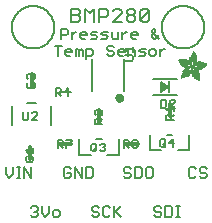
<source format=gbr>
G04 EAGLE Gerber RS-274X export*
G75*
%MOMM*%
%FSLAX34Y34*%
%LPD*%
%INSilkscreen Top*%
%IPPOS*%
%AMOC8*
5,1,8,0,0,1.08239X$1,22.5*%
G01*
%ADD10C,0.152400*%
%ADD11C,0.127000*%
%ADD12C,0.203200*%
%ADD13R,0.034300X0.003800*%
%ADD14R,0.057200X0.003800*%
%ADD15R,0.076200X0.003800*%
%ADD16R,0.091400X0.003800*%
%ADD17R,0.102900X0.003800*%
%ADD18R,0.114300X0.003900*%
%ADD19R,0.129500X0.003800*%
%ADD20R,0.137200X0.003800*%
%ADD21R,0.144800X0.003800*%
%ADD22R,0.152400X0.003800*%
%ADD23R,0.160000X0.003800*%
%ADD24R,0.171500X0.003800*%
%ADD25R,0.175300X0.003800*%
%ADD26R,0.182900X0.003800*%
%ADD27R,0.190500X0.003800*%
%ADD28R,0.194300X0.003900*%
%ADD29R,0.201900X0.003800*%
%ADD30R,0.209500X0.003800*%
%ADD31R,0.213400X0.003800*%
%ADD32R,0.221000X0.003800*%
%ADD33R,0.224800X0.003800*%
%ADD34R,0.232400X0.003800*%
%ADD35R,0.240000X0.003800*%
%ADD36R,0.243800X0.003800*%
%ADD37R,0.247600X0.003800*%
%ADD38R,0.255300X0.003900*%
%ADD39R,0.259100X0.003800*%
%ADD40R,0.262900X0.003800*%
%ADD41R,0.270500X0.003800*%
%ADD42R,0.274300X0.003800*%
%ADD43R,0.281900X0.003800*%
%ADD44R,0.285700X0.003800*%
%ADD45R,0.289500X0.003800*%
%ADD46R,0.297200X0.003800*%
%ADD47R,0.301000X0.003800*%
%ADD48R,0.304800X0.003900*%
%ADD49R,0.312400X0.003800*%
%ADD50R,0.316200X0.003800*%
%ADD51R,0.320000X0.003800*%
%ADD52R,0.327600X0.003800*%
%ADD53R,0.331500X0.003800*%
%ADD54R,0.339100X0.003800*%
%ADD55R,0.342900X0.003800*%
%ADD56R,0.346700X0.003800*%
%ADD57R,0.354300X0.003800*%
%ADD58R,0.358100X0.003900*%
%ADD59R,0.361900X0.003800*%
%ADD60R,0.369600X0.003800*%
%ADD61R,0.373400X0.003800*%
%ADD62R,0.377200X0.003800*%
%ADD63R,0.384800X0.003800*%
%ADD64R,0.388600X0.003800*%
%ADD65R,0.396200X0.003800*%
%ADD66R,0.400000X0.003800*%
%ADD67R,0.403800X0.003800*%
%ADD68R,0.411500X0.003900*%
%ADD69R,0.415300X0.003800*%
%ADD70R,0.419100X0.003800*%
%ADD71R,0.045700X0.003800*%
%ADD72R,0.426700X0.003800*%
%ADD73R,0.072400X0.003800*%
%ADD74R,0.430500X0.003800*%
%ADD75R,0.095300X0.003800*%
%ADD76R,0.438100X0.003800*%
%ADD77R,0.110500X0.003800*%
%ADD78R,0.441900X0.003800*%
%ADD79R,0.445800X0.003800*%
%ADD80R,0.144700X0.003800*%
%ADD81R,0.453400X0.003800*%
%ADD82R,0.457200X0.003800*%
%ADD83R,0.175300X0.003900*%
%ADD84R,0.461000X0.003900*%
%ADD85R,0.468600X0.003800*%
%ADD86R,0.205800X0.003800*%
%ADD87R,0.472400X0.003800*%
%ADD88R,0.217200X0.003800*%
%ADD89R,0.476200X0.003800*%
%ADD90R,0.483900X0.003800*%
%ADD91R,0.247700X0.003800*%
%ADD92R,0.487700X0.003800*%
%ADD93R,0.495300X0.003800*%
%ADD94R,0.499100X0.003800*%
%ADD95R,0.502900X0.003800*%
%ADD96R,0.510500X0.003800*%
%ADD97R,0.308600X0.003900*%
%ADD98R,0.514300X0.003900*%
%ADD99R,0.323800X0.003800*%
%ADD100R,0.518100X0.003800*%
%ADD101R,0.335300X0.003800*%
%ADD102R,0.525800X0.003800*%
%ADD103R,0.529600X0.003800*%
%ADD104R,0.358100X0.003800*%
%ADD105R,0.533400X0.003800*%
%ADD106R,0.537200X0.003800*%
%ADD107R,0.381000X0.003800*%
%ADD108R,0.544800X0.003800*%
%ADD109R,0.392400X0.003800*%
%ADD110R,0.548600X0.003800*%
%ADD111R,0.552400X0.003800*%
%ADD112R,0.556200X0.003800*%
%ADD113R,0.422900X0.003900*%
%ADD114R,0.560100X0.003900*%
%ADD115R,0.434300X0.003800*%
%ADD116R,0.563900X0.003800*%
%ADD117R,0.567700X0.003800*%
%ADD118R,0.461000X0.003800*%
%ADD119R,0.571500X0.003800*%
%ADD120R,0.575300X0.003800*%
%ADD121R,0.480100X0.003800*%
%ADD122R,0.579100X0.003800*%
%ADD123R,0.491500X0.003800*%
%ADD124R,0.582900X0.003800*%
%ADD125R,0.586700X0.003800*%
%ADD126R,0.510600X0.003800*%
%ADD127R,0.590500X0.003800*%
%ADD128R,0.522000X0.003800*%
%ADD129R,0.594300X0.003800*%
%ADD130R,0.533400X0.003900*%
%ADD131R,0.598200X0.003900*%
%ADD132R,0.541000X0.003800*%
%ADD133R,0.602000X0.003800*%
%ADD134R,0.552500X0.003800*%
%ADD135R,0.605800X0.003800*%
%ADD136R,0.560100X0.003800*%
%ADD137R,0.609600X0.003800*%
%ADD138R,0.613400X0.003800*%
%ADD139R,0.583000X0.003800*%
%ADD140R,0.617200X0.003800*%
%ADD141R,0.594400X0.003800*%
%ADD142R,0.621000X0.003800*%
%ADD143R,0.598200X0.003800*%
%ADD144R,0.624800X0.003800*%
%ADD145R,0.613500X0.003900*%
%ADD146R,0.628600X0.003900*%
%ADD147R,0.632400X0.003800*%
%ADD148R,0.628600X0.003800*%
%ADD149R,0.636300X0.003800*%
%ADD150R,0.640100X0.003800*%
%ADD151R,0.636200X0.003800*%
%ADD152R,0.643900X0.003800*%
%ADD153R,0.647700X0.003800*%
%ADD154R,0.651500X0.003800*%
%ADD155R,0.659100X0.003800*%
%ADD156R,0.659100X0.003900*%
%ADD157R,0.655300X0.003900*%
%ADD158R,0.662900X0.003800*%
%ADD159R,0.655300X0.003800*%
%ADD160R,0.670500X0.003800*%
%ADD161R,0.670600X0.003800*%
%ADD162R,0.674400X0.003800*%
%ADD163R,0.682000X0.003800*%
%ADD164R,0.666700X0.003800*%
%ADD165R,0.685800X0.003800*%
%ADD166R,0.689600X0.003800*%
%ADD167R,0.693400X0.003900*%
%ADD168R,0.674400X0.003900*%
%ADD169R,0.697200X0.003800*%
%ADD170R,0.678200X0.003800*%
%ADD171R,0.697300X0.003800*%
%ADD172R,0.701100X0.003800*%
%ADD173R,0.704900X0.003800*%
%ADD174R,0.708700X0.003800*%
%ADD175R,0.712500X0.003800*%
%ADD176R,0.716300X0.003800*%
%ADD177R,0.720100X0.003900*%
%ADD178R,0.689600X0.003900*%
%ADD179R,0.720000X0.003800*%
%ADD180R,0.693400X0.003800*%
%ADD181R,0.723900X0.003800*%
%ADD182R,0.727700X0.003800*%
%ADD183R,0.731500X0.003800*%
%ADD184R,0.701000X0.003800*%
%ADD185R,0.735300X0.003800*%
%ADD186R,0.731500X0.003900*%
%ADD187R,0.701000X0.003900*%
%ADD188R,0.704800X0.003800*%
%ADD189R,0.739100X0.003800*%
%ADD190R,0.743000X0.003800*%
%ADD191R,0.739200X0.003800*%
%ADD192R,0.743000X0.003900*%
%ADD193R,0.704800X0.003900*%
%ADD194R,0.746800X0.003800*%
%ADD195R,0.746800X0.003900*%
%ADD196R,0.742900X0.003800*%
%ADD197R,0.746700X0.003800*%
%ADD198R,0.746700X0.003900*%
%ADD199R,1.428800X0.003800*%
%ADD200R,1.424900X0.003800*%
%ADD201R,1.421100X0.003900*%
%ADD202R,1.421100X0.003800*%
%ADD203R,1.417300X0.003800*%
%ADD204R,1.413500X0.003800*%
%ADD205R,1.409700X0.003800*%
%ADD206R,1.405900X0.003800*%
%ADD207R,1.402100X0.003800*%
%ADD208R,1.398300X0.003800*%
%ADD209R,0.983000X0.003900*%
%ADD210R,0.384800X0.003900*%
%ADD211R,0.971600X0.003800*%
%ADD212R,0.963900X0.003800*%
%ADD213R,0.956300X0.003800*%
%ADD214R,0.365800X0.003800*%
%ADD215R,0.952500X0.003800*%
%ADD216R,0.941000X0.003800*%
%ADD217R,0.358200X0.003800*%
%ADD218R,0.937200X0.003800*%
%ADD219R,0.933400X0.003800*%
%ADD220R,0.354400X0.003800*%
%ADD221R,0.925800X0.003800*%
%ADD222R,0.350500X0.003800*%
%ADD223R,0.922000X0.003800*%
%ADD224R,0.918200X0.003900*%
%ADD225R,0.346700X0.003900*%
%ADD226R,0.910600X0.003800*%
%ADD227R,0.906800X0.003800*%
%ADD228R,0.903000X0.003800*%
%ADD229R,0.339000X0.003800*%
%ADD230R,0.895300X0.003800*%
%ADD231R,0.335200X0.003800*%
%ADD232R,0.887700X0.003800*%
%ADD233R,0.883900X0.003800*%
%ADD234R,0.331400X0.003800*%
%ADD235R,0.880100X0.003800*%
%ADD236R,0.876300X0.003800*%
%ADD237R,0.468600X0.003900*%
%ADD238R,0.396200X0.003900*%
%ADD239R,0.323800X0.003900*%
%ADD240R,0.449600X0.003800*%
%ADD241R,0.323900X0.003800*%
%ADD242R,0.442000X0.003800*%
%ADD243R,0.434400X0.003800*%
%ADD244R,0.320100X0.003800*%
%ADD245R,0.316300X0.003800*%
%ADD246R,0.426800X0.003800*%
%ADD247R,0.327700X0.003800*%
%ADD248R,0.312500X0.003800*%
%ADD249R,0.422900X0.003800*%
%ADD250R,0.308600X0.003800*%
%ADD251R,0.293400X0.003800*%
%ADD252R,0.304800X0.003800*%
%ADD253R,0.419100X0.003900*%
%ADD254R,0.285700X0.003900*%
%ADD255R,0.301000X0.003900*%
%ADD256R,0.411500X0.003800*%
%ADD257R,0.407700X0.003800*%
%ADD258R,0.289600X0.003800*%
%ADD259R,0.285800X0.003800*%
%ADD260R,0.403900X0.003800*%
%ADD261R,0.228600X0.003800*%
%ADD262R,0.403900X0.003900*%
%ADD263R,0.221000X0.003900*%
%ADD264R,0.278100X0.003900*%
%ADD265R,0.400100X0.003800*%
%ADD266R,0.209600X0.003800*%
%ADD267R,0.266700X0.003800*%
%ADD268R,0.038100X0.003800*%
%ADD269R,0.194300X0.003800*%
%ADD270R,0.148600X0.003800*%
%ADD271R,0.259000X0.003800*%
%ADD272R,0.182800X0.003800*%
%ADD273R,0.186700X0.003800*%
%ADD274R,0.251400X0.003800*%
%ADD275R,0.179100X0.003800*%
%ADD276R,0.236200X0.003800*%
%ADD277R,0.243900X0.003900*%
%ADD278R,0.282000X0.003900*%
%ADD279R,0.167700X0.003800*%
%ADD280R,0.236300X0.003800*%
%ADD281R,0.396300X0.003800*%
%ADD282R,0.163900X0.003800*%
%ADD283R,0.392500X0.003800*%
%ADD284R,0.160100X0.003800*%
%ADD285R,0.586800X0.003800*%
%ADD286R,0.148500X0.003800*%
%ADD287R,0.140900X0.003800*%
%ADD288R,0.392400X0.003900*%
%ADD289R,0.140900X0.003900*%
%ADD290R,0.647700X0.003900*%
%ADD291R,0.133300X0.003800*%
%ADD292R,0.674300X0.003800*%
%ADD293R,0.388700X0.003800*%
%ADD294R,0.125700X0.003800*%
%ADD295R,0.121900X0.003800*%
%ADD296R,0.720100X0.003800*%
%ADD297R,0.118100X0.003800*%
%ADD298R,0.118100X0.003900*%
%ADD299R,0.739100X0.003900*%
%ADD300R,0.114300X0.003800*%
%ADD301R,0.754400X0.003800*%
%ADD302R,0.765800X0.003800*%
%ADD303R,0.773400X0.003800*%
%ADD304R,0.784800X0.003800*%
%ADD305R,0.118200X0.003800*%
%ADD306R,0.792500X0.003800*%
%ADD307R,0.803900X0.003800*%
%ADD308R,0.122000X0.003800*%
%ADD309R,0.815400X0.003800*%
%ADD310R,0.125800X0.003800*%
%ADD311R,0.826800X0.003800*%
%ADD312R,0.369500X0.003900*%
%ADD313R,0.133400X0.003900*%
%ADD314R,0.842000X0.003900*%
%ADD315R,0.365700X0.003800*%
%ADD316R,1.009700X0.003800*%
%ADD317R,1.013500X0.003800*%
%ADD318R,0.362000X0.003800*%
%ADD319R,1.024900X0.003800*%
%ADD320R,1.028700X0.003800*%
%ADD321R,1.036300X0.003800*%
%ADD322R,1.047800X0.003800*%
%ADD323R,1.055400X0.003800*%
%ADD324R,1.070600X0.003800*%
%ADD325R,0.030500X0.003800*%
%ADD326R,1.436400X0.003800*%
%ADD327R,1.562100X0.003900*%
%ADD328R,1.588700X0.003800*%
%ADD329R,1.607800X0.003800*%
%ADD330R,1.626900X0.003800*%
%ADD331R,1.642100X0.003800*%
%ADD332R,1.657400X0.003800*%
%ADD333R,1.676400X0.003800*%
%ADD334R,1.687800X0.003800*%
%ADD335R,1.703000X0.003800*%
%ADD336R,1.714500X0.003800*%
%ADD337R,1.726000X0.003900*%
%ADD338R,1.741200X0.003800*%
%ADD339R,0.914400X0.003800*%
%ADD340R,0.769600X0.003800*%
%ADD341R,0.884000X0.003800*%
%ADD342R,0.712400X0.003800*%
%ADD343R,0.880100X0.003900*%
%ADD344R,0.887800X0.003800*%
%ADD345R,0.891600X0.003800*%
%ADD346R,0.895400X0.003800*%
%ADD347R,0.251500X0.003800*%
%ADD348R,0.579200X0.003900*%
%ADD349R,0.243900X0.003800*%
%ADD350R,0.556300X0.003800*%
%ADD351R,0.255200X0.003800*%
%ADD352R,0.529500X0.003800*%
%ADD353R,0.731600X0.003800*%
%ADD354R,0.525800X0.003900*%
%ADD355R,0.281900X0.003900*%
%ADD356R,0.735400X0.003900*%
%ADD357R,0.300900X0.003800*%
%ADD358R,0.762000X0.003800*%
%ADD359R,0.518200X0.003800*%
%ADD360R,0.350600X0.003800*%
%ADD361R,0.796300X0.003800*%
%ADD362R,0.807800X0.003800*%
%ADD363R,0.506700X0.003800*%
%ADD364R,0.849600X0.003800*%
%ADD365R,0.506700X0.003900*%
%ADD366R,1.371600X0.003900*%
%ADD367R,1.207800X0.003800*%
%ADD368R,0.503000X0.003800*%
%ADD369R,0.141000X0.003800*%
%ADD370R,1.203900X0.003800*%
%ADD371R,1.204000X0.003800*%
%ADD372R,1.200200X0.003800*%
%ADD373R,0.499100X0.003900*%
%ADD374R,0.156200X0.003900*%
%ADD375R,1.196400X0.003900*%
%ADD376R,1.196400X0.003800*%
%ADD377R,0.163800X0.003800*%
%ADD378R,0.167600X0.003800*%
%ADD379R,1.192500X0.003800*%
%ADD380R,0.499200X0.003800*%
%ADD381R,1.188700X0.003800*%
%ADD382R,0.506800X0.003800*%
%ADD383R,1.184900X0.003800*%
%ADD384R,0.510600X0.003900*%
%ADD385R,0.209600X0.003900*%
%ADD386R,1.181100X0.003900*%
%ADD387R,0.514400X0.003800*%
%ADD388R,1.181100X0.003800*%
%ADD389R,1.177300X0.003800*%
%ADD390R,0.240100X0.003800*%
%ADD391R,1.173500X0.003800*%
%ADD392R,1.169700X0.003800*%
%ADD393R,1.165900X0.003800*%
%ADD394R,1.162100X0.003800*%
%ADD395R,0.929700X0.003900*%
%ADD396R,1.162100X0.003900*%
%ADD397R,0.929700X0.003800*%
%ADD398R,1.154500X0.003800*%
%ADD399R,0.933500X0.003800*%
%ADD400R,1.150600X0.003800*%
%ADD401R,0.937300X0.003800*%
%ADD402R,1.146800X0.003800*%
%ADD403R,0.941100X0.003800*%
%ADD404R,1.139200X0.003800*%
%ADD405R,0.944900X0.003800*%
%ADD406R,1.135400X0.003800*%
%ADD407R,0.948700X0.003800*%
%ADD408R,1.127800X0.003800*%
%ADD409R,1.124000X0.003800*%
%ADD410R,1.116400X0.003800*%
%ADD411R,0.956300X0.003900*%
%ADD412R,1.104900X0.003900*%
%ADD413R,0.960100X0.003800*%
%ADD414R,1.093500X0.003800*%
%ADD415R,1.085900X0.003800*%
%ADD416R,0.967800X0.003800*%
%ADD417R,1.074500X0.003800*%
%ADD418R,1.063000X0.003800*%
%ADD419R,0.975400X0.003800*%
%ADD420R,1.036400X0.003800*%
%ADD421R,0.979200X0.003800*%
%ADD422R,1.021000X0.003800*%
%ADD423R,0.983000X0.003800*%
%ADD424R,1.009600X0.003800*%
%ADD425R,0.986800X0.003800*%
%ADD426R,0.998200X0.003800*%
%ADD427R,0.990600X0.003900*%
%ADD428R,0.986700X0.003900*%
%ADD429R,0.994400X0.003800*%
%ADD430R,0.975300X0.003800*%
%ADD431R,0.948600X0.003800*%
%ADD432R,1.002000X0.003800*%
%ADD433R,0.213300X0.003800*%
%ADD434R,0.217100X0.003800*%
%ADD435R,1.017300X0.003800*%
%ADD436R,0.666800X0.003800*%
%ADD437R,0.220900X0.003800*%
%ADD438R,1.028700X0.003900*%
%ADD439R,0.224700X0.003900*%
%ADD440R,1.032500X0.003800*%
%ADD441R,1.040100X0.003800*%
%ADD442R,1.043900X0.003800*%
%ADD443R,0.548700X0.003800*%
%ADD444R,1.051500X0.003800*%
%ADD445R,1.055300X0.003800*%
%ADD446R,1.059100X0.003800*%
%ADD447R,1.062900X0.003800*%
%ADD448R,0.255300X0.003800*%
%ADD449R,1.066800X0.003900*%
%ADD450R,0.259100X0.003900*%
%ADD451R,0.457200X0.003900*%
%ADD452R,0.423000X0.003800*%
%ADD453R,1.082100X0.003800*%
%ADD454R,0.274400X0.003800*%
%ADD455R,0.278200X0.003800*%
%ADD456R,1.101100X0.003800*%
%ADD457R,0.278100X0.003800*%
%ADD458R,0.876300X0.003900*%
%ADD459R,0.236200X0.003900*%
%ADD460R,0.289600X0.003900*%
%ADD461R,0.247700X0.003900*%
%ADD462R,0.049500X0.003800*%
%ADD463R,0.640100X0.003900*%
%ADD464R,0.659200X0.003800*%
%ADD465R,0.663000X0.003800*%
%ADD466R,0.872500X0.003900*%
%ADD467R,0.666800X0.003900*%
%ADD468R,0.872500X0.003800*%
%ADD469R,0.868700X0.003800*%
%ADD470R,0.864900X0.003800*%
%ADD471R,0.861100X0.003800*%
%ADD472R,0.857300X0.003800*%
%ADD473R,0.853400X0.003800*%
%ADD474R,0.845800X0.003800*%
%ADD475R,0.682000X0.003900*%
%ADD476R,0.842000X0.003800*%
%ADD477R,0.834400X0.003800*%
%ADD478R,0.823000X0.003800*%
%ADD479R,0.815300X0.003800*%
%ADD480R,0.811500X0.003800*%
%ADD481R,0.788700X0.003800*%
%ADD482R,0.777300X0.003900*%
%ADD483R,0.750600X0.003800*%
%ADD484R,0.735400X0.003800*%
%ADD485R,0.727800X0.003800*%
%ADD486R,0.628700X0.003800*%
%ADD487R,0.575400X0.003800*%
%ADD488R,0.670600X0.003900*%
%ADD489R,0.655400X0.003800*%
%ADD490R,0.651500X0.003900*%
%ADD491R,0.624800X0.003900*%
%ADD492R,0.594400X0.003900*%
%ADD493R,0.563900X0.003900*%
%ADD494R,0.541100X0.003800*%
%ADD495R,0.537300X0.003800*%
%ADD496R,0.525700X0.003800*%
%ADD497R,0.525700X0.003900*%
%ADD498R,0.514300X0.003800*%
%ADD499R,0.480100X0.003900*%
%ADD500R,0.464800X0.003800*%
%ADD501R,0.442000X0.003900*%
%ADD502R,0.438200X0.003800*%
%ADD503R,0.430600X0.003800*%
%ADD504R,0.407600X0.003800*%
%ADD505R,0.403800X0.003900*%
%ADD506R,0.365700X0.003900*%
%ADD507R,0.327700X0.003900*%
%ADD508R,0.243800X0.003900*%
%ADD509R,0.205800X0.003900*%
%ADD510R,0.198100X0.003800*%
%ADD511R,0.163800X0.003900*%
%ADD512R,0.137100X0.003800*%
%ADD513R,0.091500X0.003900*%
%ADD514R,0.060900X0.003800*%
%ADD515C,0.350000*%
%ADD516C,0.304800*%
%ADD517R,0.200000X1.000000*%

G36*
X135205Y111293D02*
X135205Y111293D01*
X135276Y111291D01*
X135346Y111310D01*
X135417Y111318D01*
X135472Y111343D01*
X135551Y111363D01*
X135654Y111424D01*
X135723Y111455D01*
X138723Y113455D01*
X138810Y113532D01*
X138900Y113605D01*
X138915Y113627D01*
X138935Y113645D01*
X138997Y113742D01*
X139064Y113837D01*
X139072Y113863D01*
X139087Y113885D01*
X139119Y113996D01*
X139157Y114106D01*
X139158Y114133D01*
X139165Y114158D01*
X139165Y114274D01*
X139171Y114390D01*
X139165Y114416D01*
X139165Y114443D01*
X139133Y114554D01*
X139107Y114667D01*
X139094Y114690D01*
X139086Y114716D01*
X139024Y114814D01*
X138968Y114915D01*
X138950Y114931D01*
X138935Y114956D01*
X138727Y115141D01*
X138723Y115145D01*
X135723Y117145D01*
X135659Y117176D01*
X135599Y117216D01*
X135531Y117237D01*
X135467Y117268D01*
X135396Y117280D01*
X135328Y117301D01*
X135257Y117303D01*
X135187Y117315D01*
X135115Y117307D01*
X135044Y117309D01*
X134975Y117291D01*
X134904Y117282D01*
X134838Y117255D01*
X134769Y117237D01*
X134708Y117200D01*
X134642Y117173D01*
X134586Y117128D01*
X134524Y117092D01*
X134475Y117040D01*
X134420Y116995D01*
X134379Y116937D01*
X134330Y116884D01*
X134297Y116821D01*
X134256Y116763D01*
X134233Y116695D01*
X134200Y116631D01*
X134190Y116572D01*
X134163Y116494D01*
X134157Y116375D01*
X134145Y116300D01*
X134145Y112300D01*
X134155Y112229D01*
X134155Y112157D01*
X134175Y112089D01*
X134185Y112019D01*
X134214Y111953D01*
X134234Y111884D01*
X134272Y111824D01*
X134301Y111759D01*
X134347Y111704D01*
X134385Y111644D01*
X134439Y111596D01*
X134485Y111542D01*
X134544Y111502D01*
X134598Y111455D01*
X134662Y111424D01*
X134721Y111385D01*
X134790Y111363D01*
X134854Y111332D01*
X134924Y111320D01*
X134992Y111299D01*
X135064Y111297D01*
X135135Y111285D01*
X135205Y111293D01*
G37*
D10*
X57912Y169672D02*
X57912Y180858D01*
X63505Y180858D01*
X65369Y178993D01*
X65369Y177129D01*
X63505Y175265D01*
X65369Y173401D01*
X65369Y171536D01*
X63505Y169672D01*
X57912Y169672D01*
X57912Y175265D02*
X63505Y175265D01*
X69606Y169672D02*
X69606Y180858D01*
X73334Y177129D01*
X77063Y180858D01*
X77063Y169672D01*
X81300Y169672D02*
X81300Y180858D01*
X86893Y180858D01*
X88757Y178993D01*
X88757Y175265D01*
X86893Y173401D01*
X81300Y173401D01*
X92994Y169672D02*
X100451Y169672D01*
X92994Y169672D02*
X100451Y177129D01*
X100451Y178993D01*
X98587Y180858D01*
X94858Y180858D01*
X92994Y178993D01*
X104688Y178993D02*
X106552Y180858D01*
X110281Y180858D01*
X112145Y178993D01*
X112145Y177129D01*
X110281Y175265D01*
X112145Y173401D01*
X112145Y171536D01*
X110281Y169672D01*
X106552Y169672D01*
X104688Y171536D01*
X104688Y173401D01*
X106552Y175265D01*
X104688Y177129D01*
X104688Y178993D01*
X106552Y175265D02*
X110281Y175265D01*
X116382Y178993D02*
X116382Y171536D01*
X116382Y178993D02*
X118246Y180858D01*
X121975Y180858D01*
X123839Y178993D01*
X123839Y171536D01*
X121975Y169672D01*
X118246Y169672D01*
X116382Y171536D01*
X123839Y178993D01*
D11*
X2358Y46363D02*
X2358Y40431D01*
X5324Y37465D01*
X8290Y40431D01*
X8290Y46363D01*
X11713Y37465D02*
X14679Y37465D01*
X13196Y37465D02*
X13196Y46363D01*
X11713Y46363D02*
X14679Y46363D01*
X17950Y46363D02*
X17950Y37465D01*
X23882Y37465D02*
X17950Y46363D01*
X23882Y46363D02*
X23882Y37465D01*
X24852Y13343D02*
X23369Y11860D01*
X24852Y13343D02*
X27818Y13343D01*
X29301Y11860D01*
X29301Y10377D01*
X27818Y8894D01*
X26335Y8894D01*
X27818Y8894D02*
X29301Y7411D01*
X29301Y5928D01*
X27818Y4445D01*
X24852Y4445D01*
X23369Y5928D01*
X32725Y7411D02*
X32725Y13343D01*
X32725Y7411D02*
X35690Y4445D01*
X38656Y7411D01*
X38656Y13343D01*
X43563Y4445D02*
X46529Y4445D01*
X48012Y5928D01*
X48012Y8894D01*
X46529Y10377D01*
X43563Y10377D01*
X42080Y8894D01*
X42080Y5928D01*
X43563Y4445D01*
X57241Y44880D02*
X55758Y46363D01*
X52792Y46363D01*
X51309Y44880D01*
X51309Y38948D01*
X52792Y37465D01*
X55758Y37465D01*
X57241Y38948D01*
X57241Y41914D01*
X54275Y41914D01*
X60665Y37465D02*
X60665Y46363D01*
X66596Y37465D01*
X66596Y46363D01*
X70020Y46363D02*
X70020Y37465D01*
X74469Y37465D01*
X75952Y38948D01*
X75952Y44880D01*
X74469Y46363D01*
X70020Y46363D01*
X79888Y13343D02*
X81371Y11860D01*
X79888Y13343D02*
X76922Y13343D01*
X75439Y11860D01*
X75439Y10377D01*
X76922Y8894D01*
X79888Y8894D01*
X81371Y7411D01*
X81371Y5928D01*
X79888Y4445D01*
X76922Y4445D01*
X75439Y5928D01*
X89243Y13343D02*
X90726Y11860D01*
X89243Y13343D02*
X86278Y13343D01*
X84795Y11860D01*
X84795Y5928D01*
X86278Y4445D01*
X89243Y4445D01*
X90726Y5928D01*
X94150Y4445D02*
X94150Y13343D01*
X94150Y7411D02*
X100082Y13343D01*
X95633Y8894D02*
X100082Y4445D01*
X108041Y44880D02*
X106558Y46363D01*
X103592Y46363D01*
X102109Y44880D01*
X102109Y43397D01*
X103592Y41914D01*
X106558Y41914D01*
X108041Y40431D01*
X108041Y38948D01*
X106558Y37465D01*
X103592Y37465D01*
X102109Y38948D01*
X111465Y37465D02*
X111465Y46363D01*
X111465Y37465D02*
X115913Y37465D01*
X117396Y38948D01*
X117396Y44880D01*
X115913Y46363D01*
X111465Y46363D01*
X122303Y46363D02*
X125269Y46363D01*
X122303Y46363D02*
X120820Y44880D01*
X120820Y38948D01*
X122303Y37465D01*
X125269Y37465D01*
X126752Y38948D01*
X126752Y44880D01*
X125269Y46363D01*
X132537Y13343D02*
X134020Y11860D01*
X132537Y13343D02*
X129571Y13343D01*
X128088Y11860D01*
X128088Y10377D01*
X129571Y8894D01*
X132537Y8894D01*
X134020Y7411D01*
X134020Y5928D01*
X132537Y4445D01*
X129571Y4445D01*
X128088Y5928D01*
X137443Y4445D02*
X137443Y13343D01*
X137443Y4445D02*
X141892Y4445D01*
X143375Y5928D01*
X143375Y11860D01*
X141892Y13343D01*
X137443Y13343D01*
X146798Y4445D02*
X149764Y4445D01*
X148281Y4445D02*
X148281Y13343D01*
X146798Y13343D02*
X149764Y13343D01*
X163116Y44880D02*
X161633Y46363D01*
X158668Y46363D01*
X157185Y44880D01*
X157185Y38948D01*
X158668Y37465D01*
X161633Y37465D01*
X163116Y38948D01*
X170989Y46363D02*
X172472Y44880D01*
X170989Y46363D02*
X168023Y46363D01*
X166540Y44880D01*
X166540Y43397D01*
X168023Y41914D01*
X170989Y41914D01*
X172472Y40431D01*
X172472Y38948D01*
X170989Y37465D01*
X168023Y37465D01*
X166540Y38948D01*
X49119Y155448D02*
X49119Y163837D01*
X53314Y163837D01*
X54712Y162439D01*
X54712Y159643D01*
X53314Y158244D01*
X49119Y158244D01*
X58006Y155448D02*
X58006Y161041D01*
X58006Y158244D02*
X60803Y161041D01*
X62201Y161041D01*
X66811Y155448D02*
X69607Y155448D01*
X66811Y155448D02*
X65413Y156846D01*
X65413Y159643D01*
X66811Y161041D01*
X69607Y161041D01*
X71005Y159643D01*
X71005Y158244D01*
X65413Y158244D01*
X74300Y155448D02*
X78495Y155448D01*
X79893Y156846D01*
X78495Y158244D01*
X75698Y158244D01*
X74300Y159643D01*
X75698Y161041D01*
X79893Y161041D01*
X83187Y155448D02*
X87382Y155448D01*
X88780Y156846D01*
X87382Y158244D01*
X84586Y158244D01*
X83187Y159643D01*
X84586Y161041D01*
X88780Y161041D01*
X92075Y161041D02*
X92075Y156846D01*
X93473Y155448D01*
X97668Y155448D01*
X97668Y161041D01*
X100962Y161041D02*
X100962Y155448D01*
X100962Y158244D02*
X103759Y161041D01*
X105157Y161041D01*
X109767Y155448D02*
X112563Y155448D01*
X109767Y155448D02*
X108368Y156846D01*
X108368Y159643D01*
X109767Y161041D01*
X112563Y161041D01*
X113961Y159643D01*
X113961Y158244D01*
X108368Y158244D01*
X128940Y155448D02*
X131736Y158244D01*
X128940Y155448D02*
X127541Y155448D01*
X126143Y156846D01*
X126143Y158244D01*
X128940Y161041D01*
X128940Y162439D01*
X127541Y163837D01*
X126143Y162439D01*
X126143Y161041D01*
X131736Y155448D01*
X46731Y149359D02*
X46731Y140970D01*
X43935Y149359D02*
X49528Y149359D01*
X54220Y140970D02*
X57017Y140970D01*
X54220Y140970D02*
X52822Y142368D01*
X52822Y145165D01*
X54220Y146563D01*
X57017Y146563D01*
X58415Y145165D01*
X58415Y143766D01*
X52822Y143766D01*
X61710Y140970D02*
X61710Y146563D01*
X63108Y146563D01*
X64506Y145165D01*
X64506Y140970D01*
X64506Y145165D02*
X65904Y146563D01*
X67302Y145165D01*
X67302Y140970D01*
X70597Y138174D02*
X70597Y146563D01*
X74792Y146563D01*
X76190Y145165D01*
X76190Y142368D01*
X74792Y140970D01*
X70597Y140970D01*
X92566Y149359D02*
X93965Y147961D01*
X92566Y149359D02*
X89770Y149359D01*
X88372Y147961D01*
X88372Y146563D01*
X89770Y145165D01*
X92566Y145165D01*
X93965Y143766D01*
X93965Y142368D01*
X92566Y140970D01*
X89770Y140970D01*
X88372Y142368D01*
X98657Y140970D02*
X101454Y140970D01*
X98657Y140970D02*
X97259Y142368D01*
X97259Y145165D01*
X98657Y146563D01*
X101454Y146563D01*
X102852Y145165D01*
X102852Y143766D01*
X97259Y143766D01*
X106147Y140970D02*
X106147Y146563D01*
X110341Y146563D01*
X111739Y145165D01*
X111739Y140970D01*
X115034Y140970D02*
X119229Y140970D01*
X120627Y142368D01*
X119229Y143766D01*
X116432Y143766D01*
X115034Y145165D01*
X116432Y146563D01*
X120627Y146563D01*
X125320Y140970D02*
X128116Y140970D01*
X129514Y142368D01*
X129514Y145165D01*
X128116Y146563D01*
X125320Y146563D01*
X123921Y145165D01*
X123921Y142368D01*
X125320Y140970D01*
X132809Y140970D02*
X132809Y146563D01*
X135605Y146563D02*
X132809Y143766D01*
X135605Y146563D02*
X137003Y146563D01*
D12*
X7400Y165100D02*
X7405Y165542D01*
X7422Y165983D01*
X7449Y166424D01*
X7487Y166864D01*
X7535Y167303D01*
X7595Y167741D01*
X7665Y168177D01*
X7746Y168612D01*
X7837Y169044D01*
X7939Y169474D01*
X8052Y169901D01*
X8175Y170325D01*
X8308Y170746D01*
X8452Y171164D01*
X8606Y171578D01*
X8770Y171988D01*
X8944Y172394D01*
X9128Y172796D01*
X9322Y173193D01*
X9525Y173585D01*
X9738Y173972D01*
X9961Y174354D01*
X10193Y174730D01*
X10434Y175100D01*
X10683Y175465D01*
X10942Y175823D01*
X11210Y176174D01*
X11486Y176519D01*
X11770Y176857D01*
X12063Y177188D01*
X12364Y177512D01*
X12672Y177828D01*
X12988Y178136D01*
X13312Y178437D01*
X13643Y178730D01*
X13981Y179014D01*
X14326Y179290D01*
X14677Y179558D01*
X15035Y179817D01*
X15400Y180066D01*
X15770Y180307D01*
X16146Y180539D01*
X16528Y180762D01*
X16915Y180975D01*
X17307Y181178D01*
X17704Y181372D01*
X18106Y181556D01*
X18512Y181730D01*
X18922Y181894D01*
X19336Y182048D01*
X19754Y182192D01*
X20175Y182325D01*
X20599Y182448D01*
X21026Y182561D01*
X21456Y182663D01*
X21888Y182754D01*
X22323Y182835D01*
X22759Y182905D01*
X23197Y182965D01*
X23636Y183013D01*
X24076Y183051D01*
X24517Y183078D01*
X24958Y183095D01*
X25400Y183100D01*
X25842Y183095D01*
X26283Y183078D01*
X26724Y183051D01*
X27164Y183013D01*
X27603Y182965D01*
X28041Y182905D01*
X28477Y182835D01*
X28912Y182754D01*
X29344Y182663D01*
X29774Y182561D01*
X30201Y182448D01*
X30625Y182325D01*
X31046Y182192D01*
X31464Y182048D01*
X31878Y181894D01*
X32288Y181730D01*
X32694Y181556D01*
X33096Y181372D01*
X33493Y181178D01*
X33885Y180975D01*
X34272Y180762D01*
X34654Y180539D01*
X35030Y180307D01*
X35400Y180066D01*
X35765Y179817D01*
X36123Y179558D01*
X36474Y179290D01*
X36819Y179014D01*
X37157Y178730D01*
X37488Y178437D01*
X37812Y178136D01*
X38128Y177828D01*
X38436Y177512D01*
X38737Y177188D01*
X39030Y176857D01*
X39314Y176519D01*
X39590Y176174D01*
X39858Y175823D01*
X40117Y175465D01*
X40366Y175100D01*
X40607Y174730D01*
X40839Y174354D01*
X41062Y173972D01*
X41275Y173585D01*
X41478Y173193D01*
X41672Y172796D01*
X41856Y172394D01*
X42030Y171988D01*
X42194Y171578D01*
X42348Y171164D01*
X42492Y170746D01*
X42625Y170325D01*
X42748Y169901D01*
X42861Y169474D01*
X42963Y169044D01*
X43054Y168612D01*
X43135Y168177D01*
X43205Y167741D01*
X43265Y167303D01*
X43313Y166864D01*
X43351Y166424D01*
X43378Y165983D01*
X43395Y165542D01*
X43400Y165100D01*
X43395Y164658D01*
X43378Y164217D01*
X43351Y163776D01*
X43313Y163336D01*
X43265Y162897D01*
X43205Y162459D01*
X43135Y162023D01*
X43054Y161588D01*
X42963Y161156D01*
X42861Y160726D01*
X42748Y160299D01*
X42625Y159875D01*
X42492Y159454D01*
X42348Y159036D01*
X42194Y158622D01*
X42030Y158212D01*
X41856Y157806D01*
X41672Y157404D01*
X41478Y157007D01*
X41275Y156615D01*
X41062Y156228D01*
X40839Y155846D01*
X40607Y155470D01*
X40366Y155100D01*
X40117Y154735D01*
X39858Y154377D01*
X39590Y154026D01*
X39314Y153681D01*
X39030Y153343D01*
X38737Y153012D01*
X38436Y152688D01*
X38128Y152372D01*
X37812Y152064D01*
X37488Y151763D01*
X37157Y151470D01*
X36819Y151186D01*
X36474Y150910D01*
X36123Y150642D01*
X35765Y150383D01*
X35400Y150134D01*
X35030Y149893D01*
X34654Y149661D01*
X34272Y149438D01*
X33885Y149225D01*
X33493Y149022D01*
X33096Y148828D01*
X32694Y148644D01*
X32288Y148470D01*
X31878Y148306D01*
X31464Y148152D01*
X31046Y148008D01*
X30625Y147875D01*
X30201Y147752D01*
X29774Y147639D01*
X29344Y147537D01*
X28912Y147446D01*
X28477Y147365D01*
X28041Y147295D01*
X27603Y147235D01*
X27164Y147187D01*
X26724Y147149D01*
X26283Y147122D01*
X25842Y147105D01*
X25400Y147100D01*
X24958Y147105D01*
X24517Y147122D01*
X24076Y147149D01*
X23636Y147187D01*
X23197Y147235D01*
X22759Y147295D01*
X22323Y147365D01*
X21888Y147446D01*
X21456Y147537D01*
X21026Y147639D01*
X20599Y147752D01*
X20175Y147875D01*
X19754Y148008D01*
X19336Y148152D01*
X18922Y148306D01*
X18512Y148470D01*
X18106Y148644D01*
X17704Y148828D01*
X17307Y149022D01*
X16915Y149225D01*
X16528Y149438D01*
X16146Y149661D01*
X15770Y149893D01*
X15400Y150134D01*
X15035Y150383D01*
X14677Y150642D01*
X14326Y150910D01*
X13981Y151186D01*
X13643Y151470D01*
X13312Y151763D01*
X12988Y152064D01*
X12672Y152372D01*
X12364Y152688D01*
X12063Y153012D01*
X11770Y153343D01*
X11486Y153681D01*
X11210Y154026D01*
X10942Y154377D01*
X10683Y154735D01*
X10434Y155100D01*
X10193Y155470D01*
X9961Y155846D01*
X9738Y156228D01*
X9525Y156615D01*
X9322Y157007D01*
X9128Y157404D01*
X8944Y157806D01*
X8770Y158212D01*
X8606Y158622D01*
X8452Y159036D01*
X8308Y159454D01*
X8175Y159875D01*
X8052Y160299D01*
X7939Y160726D01*
X7837Y161156D01*
X7746Y161588D01*
X7665Y162023D01*
X7595Y162459D01*
X7535Y162897D01*
X7487Y163336D01*
X7449Y163776D01*
X7422Y164217D01*
X7405Y164658D01*
X7400Y165100D01*
X134400Y165100D02*
X134405Y165542D01*
X134422Y165983D01*
X134449Y166424D01*
X134487Y166864D01*
X134535Y167303D01*
X134595Y167741D01*
X134665Y168177D01*
X134746Y168612D01*
X134837Y169044D01*
X134939Y169474D01*
X135052Y169901D01*
X135175Y170325D01*
X135308Y170746D01*
X135452Y171164D01*
X135606Y171578D01*
X135770Y171988D01*
X135944Y172394D01*
X136128Y172796D01*
X136322Y173193D01*
X136525Y173585D01*
X136738Y173972D01*
X136961Y174354D01*
X137193Y174730D01*
X137434Y175100D01*
X137683Y175465D01*
X137942Y175823D01*
X138210Y176174D01*
X138486Y176519D01*
X138770Y176857D01*
X139063Y177188D01*
X139364Y177512D01*
X139672Y177828D01*
X139988Y178136D01*
X140312Y178437D01*
X140643Y178730D01*
X140981Y179014D01*
X141326Y179290D01*
X141677Y179558D01*
X142035Y179817D01*
X142400Y180066D01*
X142770Y180307D01*
X143146Y180539D01*
X143528Y180762D01*
X143915Y180975D01*
X144307Y181178D01*
X144704Y181372D01*
X145106Y181556D01*
X145512Y181730D01*
X145922Y181894D01*
X146336Y182048D01*
X146754Y182192D01*
X147175Y182325D01*
X147599Y182448D01*
X148026Y182561D01*
X148456Y182663D01*
X148888Y182754D01*
X149323Y182835D01*
X149759Y182905D01*
X150197Y182965D01*
X150636Y183013D01*
X151076Y183051D01*
X151517Y183078D01*
X151958Y183095D01*
X152400Y183100D01*
X152842Y183095D01*
X153283Y183078D01*
X153724Y183051D01*
X154164Y183013D01*
X154603Y182965D01*
X155041Y182905D01*
X155477Y182835D01*
X155912Y182754D01*
X156344Y182663D01*
X156774Y182561D01*
X157201Y182448D01*
X157625Y182325D01*
X158046Y182192D01*
X158464Y182048D01*
X158878Y181894D01*
X159288Y181730D01*
X159694Y181556D01*
X160096Y181372D01*
X160493Y181178D01*
X160885Y180975D01*
X161272Y180762D01*
X161654Y180539D01*
X162030Y180307D01*
X162400Y180066D01*
X162765Y179817D01*
X163123Y179558D01*
X163474Y179290D01*
X163819Y179014D01*
X164157Y178730D01*
X164488Y178437D01*
X164812Y178136D01*
X165128Y177828D01*
X165436Y177512D01*
X165737Y177188D01*
X166030Y176857D01*
X166314Y176519D01*
X166590Y176174D01*
X166858Y175823D01*
X167117Y175465D01*
X167366Y175100D01*
X167607Y174730D01*
X167839Y174354D01*
X168062Y173972D01*
X168275Y173585D01*
X168478Y173193D01*
X168672Y172796D01*
X168856Y172394D01*
X169030Y171988D01*
X169194Y171578D01*
X169348Y171164D01*
X169492Y170746D01*
X169625Y170325D01*
X169748Y169901D01*
X169861Y169474D01*
X169963Y169044D01*
X170054Y168612D01*
X170135Y168177D01*
X170205Y167741D01*
X170265Y167303D01*
X170313Y166864D01*
X170351Y166424D01*
X170378Y165983D01*
X170395Y165542D01*
X170400Y165100D01*
X170395Y164658D01*
X170378Y164217D01*
X170351Y163776D01*
X170313Y163336D01*
X170265Y162897D01*
X170205Y162459D01*
X170135Y162023D01*
X170054Y161588D01*
X169963Y161156D01*
X169861Y160726D01*
X169748Y160299D01*
X169625Y159875D01*
X169492Y159454D01*
X169348Y159036D01*
X169194Y158622D01*
X169030Y158212D01*
X168856Y157806D01*
X168672Y157404D01*
X168478Y157007D01*
X168275Y156615D01*
X168062Y156228D01*
X167839Y155846D01*
X167607Y155470D01*
X167366Y155100D01*
X167117Y154735D01*
X166858Y154377D01*
X166590Y154026D01*
X166314Y153681D01*
X166030Y153343D01*
X165737Y153012D01*
X165436Y152688D01*
X165128Y152372D01*
X164812Y152064D01*
X164488Y151763D01*
X164157Y151470D01*
X163819Y151186D01*
X163474Y150910D01*
X163123Y150642D01*
X162765Y150383D01*
X162400Y150134D01*
X162030Y149893D01*
X161654Y149661D01*
X161272Y149438D01*
X160885Y149225D01*
X160493Y149022D01*
X160096Y148828D01*
X159694Y148644D01*
X159288Y148470D01*
X158878Y148306D01*
X158464Y148152D01*
X158046Y148008D01*
X157625Y147875D01*
X157201Y147752D01*
X156774Y147639D01*
X156344Y147537D01*
X155912Y147446D01*
X155477Y147365D01*
X155041Y147295D01*
X154603Y147235D01*
X154164Y147187D01*
X153724Y147149D01*
X153283Y147122D01*
X152842Y147105D01*
X152400Y147100D01*
X151958Y147105D01*
X151517Y147122D01*
X151076Y147149D01*
X150636Y147187D01*
X150197Y147235D01*
X149759Y147295D01*
X149323Y147365D01*
X148888Y147446D01*
X148456Y147537D01*
X148026Y147639D01*
X147599Y147752D01*
X147175Y147875D01*
X146754Y148008D01*
X146336Y148152D01*
X145922Y148306D01*
X145512Y148470D01*
X145106Y148644D01*
X144704Y148828D01*
X144307Y149022D01*
X143915Y149225D01*
X143528Y149438D01*
X143146Y149661D01*
X142770Y149893D01*
X142400Y150134D01*
X142035Y150383D01*
X141677Y150642D01*
X141326Y150910D01*
X140981Y151186D01*
X140643Y151470D01*
X140312Y151763D01*
X139988Y152064D01*
X139672Y152372D01*
X139364Y152688D01*
X139063Y153012D01*
X138770Y153343D01*
X138486Y153681D01*
X138210Y154026D01*
X137942Y154377D01*
X137683Y154735D01*
X137434Y155100D01*
X137193Y155470D01*
X136961Y155846D01*
X136738Y156228D01*
X136525Y156615D01*
X136322Y157007D01*
X136128Y157404D01*
X135944Y157806D01*
X135770Y158212D01*
X135606Y158622D01*
X135452Y159036D01*
X135308Y159454D01*
X135175Y159875D01*
X135052Y160299D01*
X134939Y160726D01*
X134837Y161156D01*
X134746Y161588D01*
X134665Y162023D01*
X134595Y162459D01*
X134535Y162897D01*
X134487Y163336D01*
X134449Y163776D01*
X134422Y164217D01*
X134405Y164658D01*
X134400Y165100D01*
X7630Y98170D02*
X7630Y82170D01*
X40630Y82170D02*
X40630Y98170D01*
X28130Y100670D02*
X20130Y100670D01*
D10*
X16814Y93224D02*
X16814Y87716D01*
X17915Y86614D01*
X20119Y86614D01*
X21220Y87716D01*
X21220Y93224D01*
X24298Y86614D02*
X28704Y86614D01*
X24298Y86614D02*
X28704Y91020D01*
X28704Y92122D01*
X27603Y93224D01*
X25399Y93224D01*
X24298Y92122D01*
D13*
X165659Y119380D03*
D14*
X165659Y119418D03*
D15*
X165640Y119456D03*
D16*
X165640Y119494D03*
D17*
X165659Y119532D03*
D18*
X165640Y119571D03*
D19*
X165640Y119609D03*
D20*
X165640Y119647D03*
D21*
X165640Y119685D03*
D22*
X165602Y119723D03*
D23*
X165602Y119761D03*
D24*
X165583Y119799D03*
D25*
X165564Y119837D03*
D26*
X165564Y119875D03*
D27*
X165526Y119913D03*
D28*
X165507Y119952D03*
D29*
X165507Y119990D03*
D30*
X165469Y120028D03*
D31*
X165449Y120066D03*
D32*
X165411Y120104D03*
D33*
X165392Y120142D03*
D34*
X165392Y120180D03*
D35*
X165354Y120218D03*
D36*
X165335Y120256D03*
D37*
X165316Y120294D03*
D38*
X165278Y120333D03*
D39*
X165259Y120371D03*
D40*
X165240Y120409D03*
D41*
X165202Y120447D03*
D42*
X165183Y120485D03*
D43*
X165145Y120523D03*
D44*
X165126Y120561D03*
D45*
X165107Y120599D03*
D46*
X165068Y120637D03*
D47*
X165049Y120675D03*
D48*
X165030Y120714D03*
D49*
X164992Y120752D03*
D50*
X164973Y120790D03*
D51*
X164954Y120828D03*
D52*
X164916Y120866D03*
D53*
X164897Y120904D03*
D54*
X164859Y120942D03*
D55*
X164840Y120980D03*
D56*
X164821Y121018D03*
D57*
X164783Y121056D03*
D58*
X164764Y121095D03*
D59*
X164745Y121133D03*
D60*
X164706Y121171D03*
D61*
X164687Y121209D03*
D62*
X164668Y121247D03*
D63*
X164630Y121285D03*
D64*
X164611Y121323D03*
D65*
X164573Y121361D03*
D66*
X164554Y121399D03*
D67*
X164535Y121437D03*
D68*
X164497Y121476D03*
D69*
X164478Y121514D03*
D70*
X164459Y121552D03*
D71*
X151696Y121590D03*
D72*
X164421Y121590D03*
D73*
X151714Y121628D03*
D74*
X164402Y121628D03*
D75*
X151753Y121666D03*
D76*
X164364Y121666D03*
D77*
X151791Y121704D03*
D78*
X164345Y121704D03*
D19*
X151810Y121742D03*
D79*
X164325Y121742D03*
D80*
X151848Y121780D03*
D81*
X164287Y121780D03*
D23*
X151886Y121818D03*
D82*
X164268Y121818D03*
D83*
X151924Y121857D03*
D84*
X164249Y121857D03*
D27*
X151962Y121895D03*
D85*
X164211Y121895D03*
D86*
X152000Y121933D03*
D87*
X164192Y121933D03*
D88*
X152057Y121971D03*
D89*
X164173Y121971D03*
D34*
X152095Y122009D03*
D90*
X164135Y122009D03*
D91*
X152134Y122047D03*
D92*
X164116Y122047D03*
D39*
X152191Y122085D03*
D93*
X164078Y122085D03*
D42*
X152229Y122123D03*
D94*
X164059Y122123D03*
D44*
X152286Y122161D03*
D95*
X164040Y122161D03*
D46*
X152343Y122199D03*
D96*
X164002Y122199D03*
D97*
X152400Y122238D03*
D98*
X163983Y122238D03*
D99*
X152438Y122276D03*
D100*
X163964Y122276D03*
D101*
X152496Y122314D03*
D102*
X163925Y122314D03*
D56*
X152553Y122352D03*
D103*
X163906Y122352D03*
D104*
X152610Y122390D03*
D105*
X163887Y122390D03*
D60*
X152667Y122428D03*
D106*
X163868Y122428D03*
D107*
X152724Y122466D03*
D108*
X163830Y122466D03*
D109*
X152781Y122504D03*
D110*
X163811Y122504D03*
D67*
X152838Y122542D03*
D111*
X163792Y122542D03*
D69*
X152896Y122580D03*
D112*
X163773Y122580D03*
D113*
X152972Y122619D03*
D114*
X163754Y122619D03*
D115*
X153029Y122657D03*
D116*
X163735Y122657D03*
D79*
X153086Y122695D03*
D117*
X163716Y122695D03*
D118*
X153162Y122733D03*
D119*
X163697Y122733D03*
D87*
X153219Y122771D03*
D120*
X163678Y122771D03*
D121*
X153296Y122809D03*
D122*
X163659Y122809D03*
D123*
X153353Y122847D03*
D124*
X163640Y122847D03*
D95*
X153410Y122885D03*
D125*
X163621Y122885D03*
D126*
X153486Y122923D03*
D127*
X163602Y122923D03*
D128*
X153543Y122961D03*
D129*
X163583Y122961D03*
D130*
X153600Y123000D03*
D131*
X163563Y123000D03*
D132*
X153676Y123038D03*
D133*
X163544Y123038D03*
D134*
X153734Y123076D03*
D135*
X163525Y123076D03*
D136*
X153772Y123114D03*
D135*
X163525Y123114D03*
D119*
X153829Y123152D03*
D137*
X163506Y123152D03*
D120*
X153886Y123190D03*
D138*
X163487Y123190D03*
D139*
X153924Y123228D03*
D140*
X163468Y123228D03*
D141*
X153981Y123266D03*
D142*
X163449Y123266D03*
D143*
X154038Y123304D03*
D142*
X163449Y123304D03*
D135*
X154076Y123342D03*
D144*
X163430Y123342D03*
D145*
X154115Y123381D03*
D146*
X163411Y123381D03*
D138*
X154153Y123419D03*
D147*
X163392Y123419D03*
D142*
X154191Y123457D03*
D147*
X163392Y123457D03*
D148*
X154229Y123495D03*
D149*
X163373Y123495D03*
D147*
X154286Y123533D03*
D150*
X163354Y123533D03*
D151*
X154305Y123571D03*
D152*
X163335Y123571D03*
X154344Y123609D03*
X163335Y123609D03*
D153*
X154401Y123647D03*
X163316Y123647D03*
D154*
X154420Y123685D03*
X163297Y123685D03*
D155*
X154458Y123723D03*
D154*
X163297Y123723D03*
D156*
X154496Y123762D03*
D157*
X163278Y123762D03*
D158*
X154515Y123800D03*
D159*
X163278Y123800D03*
D160*
X154553Y123838D03*
D155*
X163259Y123838D03*
D161*
X154591Y123876D03*
D158*
X163240Y123876D03*
D162*
X154610Y123914D03*
D158*
X163240Y123914D03*
D163*
X154648Y123952D03*
D164*
X163221Y123952D03*
D163*
X154686Y123990D03*
D164*
X163221Y123990D03*
D165*
X154705Y124028D03*
D160*
X163202Y124028D03*
D166*
X154724Y124066D03*
D160*
X163202Y124066D03*
D166*
X154762Y124104D03*
D162*
X163182Y124104D03*
D167*
X154781Y124143D03*
D168*
X163182Y124143D03*
D169*
X154800Y124181D03*
D170*
X163163Y124181D03*
D171*
X154839Y124219D03*
D170*
X163163Y124219D03*
D172*
X154858Y124257D03*
D170*
X163163Y124257D03*
D173*
X154877Y124295D03*
D163*
X163144Y124295D03*
D173*
X154915Y124333D03*
D163*
X163144Y124333D03*
D174*
X154934Y124371D03*
D165*
X163125Y124371D03*
D175*
X154953Y124409D03*
D165*
X163125Y124409D03*
D175*
X154991Y124447D03*
D165*
X163125Y124447D03*
D176*
X155010Y124485D03*
D166*
X163106Y124485D03*
D177*
X155029Y124524D03*
D178*
X163106Y124524D03*
D179*
X155067Y124562D03*
D180*
X163087Y124562D03*
D181*
X155087Y124600D03*
D180*
X163087Y124600D03*
D181*
X155087Y124638D03*
D180*
X163087Y124638D03*
D181*
X155125Y124676D03*
D180*
X163087Y124676D03*
D182*
X155144Y124714D03*
D169*
X163068Y124714D03*
D183*
X155163Y124752D03*
D169*
X163068Y124752D03*
D182*
X155182Y124790D03*
D169*
X163068Y124790D03*
D183*
X155201Y124828D03*
D184*
X163049Y124828D03*
D185*
X155220Y124866D03*
D184*
X163049Y124866D03*
D186*
X155239Y124905D03*
D187*
X163049Y124905D03*
D185*
X155258Y124943D03*
D184*
X163049Y124943D03*
D185*
X155258Y124981D03*
D188*
X163030Y124981D03*
D185*
X155296Y125019D03*
D184*
X163011Y125019D03*
D189*
X155315Y125057D03*
D184*
X163011Y125057D03*
D189*
X155315Y125095D03*
D184*
X163011Y125095D03*
D189*
X155353Y125133D03*
D184*
X163011Y125133D03*
D189*
X155353Y125171D03*
D184*
X163011Y125171D03*
D190*
X155372Y125209D03*
D188*
X162992Y125209D03*
D191*
X155391Y125247D03*
D188*
X162992Y125247D03*
D192*
X155410Y125286D03*
D193*
X162992Y125286D03*
D190*
X155410Y125324D03*
D188*
X162992Y125324D03*
D190*
X155448Y125362D03*
D188*
X162992Y125362D03*
D190*
X155448Y125400D03*
D188*
X162992Y125400D03*
D190*
X155448Y125438D03*
D188*
X162992Y125438D03*
D190*
X155486Y125476D03*
D184*
X162973Y125476D03*
D190*
X155486Y125514D03*
D184*
X162973Y125514D03*
D194*
X155505Y125552D03*
D184*
X162973Y125552D03*
D190*
X155524Y125590D03*
D184*
X162973Y125590D03*
D190*
X155524Y125628D03*
D184*
X162973Y125628D03*
D195*
X155543Y125667D03*
D187*
X162973Y125667D03*
D196*
X155563Y125705D03*
D184*
X162973Y125705D03*
D196*
X155563Y125743D03*
D169*
X162954Y125743D03*
D197*
X155582Y125781D03*
D169*
X162954Y125781D03*
D196*
X155601Y125819D03*
D169*
X162954Y125819D03*
D196*
X155601Y125857D03*
D169*
X162954Y125857D03*
D196*
X155601Y125895D03*
D169*
X162954Y125895D03*
D197*
X155620Y125933D03*
D180*
X162935Y125933D03*
D196*
X155639Y125971D03*
D180*
X162935Y125971D03*
D196*
X155639Y126009D03*
D180*
X162935Y126009D03*
D198*
X155658Y126048D03*
D167*
X162935Y126048D03*
D196*
X155677Y126086D03*
D166*
X162916Y126086D03*
D196*
X155677Y126124D03*
D166*
X162916Y126124D03*
D197*
X155696Y126162D03*
D166*
X162916Y126162D03*
D196*
X155715Y126200D03*
D166*
X162916Y126200D03*
D196*
X155715Y126238D03*
D165*
X162897Y126238D03*
D196*
X155715Y126276D03*
D165*
X162897Y126276D03*
D199*
X159182Y126314D03*
X159182Y126352D03*
D200*
X159163Y126390D03*
D201*
X159182Y126429D03*
D202*
X159182Y126467D03*
D203*
X159163Y126505D03*
D204*
X159182Y126543D03*
X159182Y126581D03*
D205*
X159163Y126619D03*
D206*
X159182Y126657D03*
X159182Y126695D03*
D207*
X159163Y126733D03*
D208*
X159182Y126771D03*
D209*
X157105Y126810D03*
D210*
X164211Y126810D03*
D211*
X157048Y126848D03*
D62*
X164249Y126848D03*
D212*
X157049Y126886D03*
D61*
X164268Y126886D03*
D213*
X157011Y126924D03*
D214*
X164268Y126924D03*
D215*
X156992Y126962D03*
D214*
X164268Y126962D03*
D216*
X156972Y127000D03*
D217*
X164268Y127000D03*
D218*
X156953Y127038D03*
D217*
X164268Y127038D03*
D219*
X156934Y127076D03*
D220*
X164249Y127076D03*
D221*
X156934Y127114D03*
D222*
X164269Y127114D03*
D223*
X156915Y127152D03*
D56*
X164250Y127152D03*
D224*
X156896Y127191D03*
D225*
X164250Y127191D03*
D226*
X156896Y127229D03*
D55*
X164231Y127229D03*
D227*
X156877Y127267D03*
D55*
X164231Y127267D03*
D228*
X156858Y127305D03*
D229*
X164211Y127305D03*
D230*
X156858Y127343D03*
D229*
X164211Y127343D03*
D230*
X156858Y127381D03*
D231*
X164192Y127381D03*
D232*
X156858Y127419D03*
D231*
X164192Y127419D03*
D233*
X156839Y127457D03*
D234*
X164173Y127457D03*
D235*
X156820Y127495D03*
D52*
X164154Y127495D03*
D236*
X156839Y127533D03*
D52*
X164154Y127533D03*
D237*
X154800Y127572D03*
D238*
X159201Y127572D03*
D239*
X164135Y127572D03*
D240*
X154743Y127610D03*
D60*
X159296Y127610D03*
D241*
X164097Y127610D03*
D242*
X154705Y127648D03*
D104*
X159354Y127648D03*
D241*
X164097Y127648D03*
D243*
X154705Y127686D03*
D56*
X159373Y127686D03*
D244*
X164078Y127686D03*
D243*
X154705Y127724D03*
D101*
X159392Y127724D03*
D245*
X164059Y127724D03*
D246*
X154705Y127762D03*
D247*
X159430Y127762D03*
D248*
X164040Y127762D03*
D246*
X154705Y127800D03*
D245*
X159449Y127800D03*
D248*
X164040Y127800D03*
D249*
X154725Y127838D03*
D250*
X159487Y127838D03*
D248*
X164002Y127838D03*
D249*
X154725Y127876D03*
D47*
X159487Y127876D03*
D250*
X163982Y127876D03*
D70*
X154744Y127914D03*
D251*
X159525Y127914D03*
D252*
X163963Y127914D03*
D253*
X154744Y127953D03*
D254*
X159525Y127953D03*
D255*
X163944Y127953D03*
D69*
X154763Y127991D03*
D42*
X159544Y127991D03*
D47*
X163906Y127991D03*
D69*
X154763Y128029D03*
D41*
X159563Y128029D03*
D46*
X163887Y128029D03*
D256*
X154782Y128067D03*
D40*
X159563Y128067D03*
D251*
X163868Y128067D03*
D256*
X154782Y128105D03*
D39*
X159582Y128105D03*
D251*
X163830Y128105D03*
D257*
X154801Y128143D03*
D37*
X159601Y128143D03*
D258*
X163811Y128143D03*
D257*
X154839Y128181D03*
D36*
X159620Y128181D03*
D259*
X163792Y128181D03*
D257*
X154839Y128219D03*
D35*
X159639Y128219D03*
D259*
X163754Y128219D03*
D260*
X154858Y128257D03*
D34*
X159639Y128257D03*
D43*
X163735Y128257D03*
D257*
X154877Y128295D03*
D261*
X159658Y128295D03*
D43*
X163697Y128295D03*
D262*
X154896Y128334D03*
D263*
X159658Y128334D03*
D264*
X163678Y128334D03*
D265*
X154915Y128372D03*
D88*
X159677Y128372D03*
D41*
X163640Y128372D03*
D260*
X154934Y128410D03*
D266*
X159677Y128410D03*
D41*
X163602Y128410D03*
D265*
X154953Y128448D03*
D86*
X159696Y128448D03*
D267*
X163583Y128448D03*
D268*
X166059Y128448D03*
D66*
X154991Y128486D03*
D29*
X159716Y128486D03*
D40*
X163526Y128486D03*
D77*
X166078Y128486D03*
D66*
X154991Y128524D03*
D269*
X159716Y128524D03*
D39*
X163507Y128524D03*
D270*
X166078Y128524D03*
D66*
X155029Y128562D03*
D27*
X159735Y128562D03*
D271*
X163468Y128562D03*
D272*
X166097Y128562D03*
D65*
X155048Y128600D03*
D273*
X159754Y128600D03*
D274*
X163430Y128600D03*
D31*
X166097Y128600D03*
D65*
X155086Y128638D03*
D275*
X159754Y128638D03*
D274*
X163392Y128638D03*
D276*
X166097Y128638D03*
D66*
X155105Y128676D03*
D275*
X159754Y128676D03*
D36*
X163354Y128676D03*
D271*
X166097Y128676D03*
D238*
X155124Y128715D03*
D83*
X159773Y128715D03*
D277*
X163316Y128715D03*
D278*
X166097Y128715D03*
D65*
X155162Y128753D03*
D279*
X159773Y128753D03*
D280*
X163278Y128753D03*
D47*
X166116Y128753D03*
D281*
X155201Y128791D03*
D282*
X159792Y128791D03*
D280*
X163240Y128791D03*
D51*
X166097Y128791D03*
D283*
X155220Y128829D03*
D284*
X159811Y128829D03*
D261*
X163201Y128829D03*
D55*
X166097Y128829D03*
D281*
X155239Y128867D03*
D284*
X159811Y128867D03*
D285*
X164954Y128867D03*
D281*
X155277Y128905D03*
D22*
X159810Y128905D03*
D143*
X164973Y128905D03*
D283*
X155296Y128943D03*
D286*
X159830Y128943D03*
D135*
X165011Y128943D03*
D109*
X155334Y128981D03*
D286*
X159830Y128981D03*
D142*
X165049Y128981D03*
D109*
X155372Y129019D03*
D80*
X159849Y129019D03*
D144*
X165068Y129019D03*
D109*
X155410Y129057D03*
D287*
X159868Y129057D03*
D149*
X165088Y129057D03*
D288*
X155448Y129096D03*
D289*
X159868Y129096D03*
D290*
X165107Y129096D03*
D64*
X155467Y129134D03*
D291*
X159868Y129134D03*
D159*
X165145Y129134D03*
D64*
X155505Y129172D03*
D291*
X159868Y129172D03*
D164*
X165164Y129172D03*
D64*
X155543Y129210D03*
D19*
X159887Y129210D03*
D292*
X165164Y129210D03*
D64*
X155581Y129248D03*
D19*
X159887Y129248D03*
D165*
X165183Y129248D03*
D293*
X155620Y129286D03*
D294*
X159906Y129286D03*
D180*
X165221Y129286D03*
D293*
X155658Y129324D03*
D294*
X159906Y129324D03*
D172*
X165221Y129324D03*
D64*
X155696Y129362D03*
D295*
X159925Y129362D03*
D175*
X165240Y129362D03*
D63*
X155753Y129400D03*
D295*
X159925Y129400D03*
D296*
X165240Y129400D03*
D63*
X155791Y129438D03*
D297*
X159944Y129438D03*
D182*
X165240Y129438D03*
D210*
X155829Y129477D03*
D298*
X159944Y129477D03*
D299*
X165259Y129477D03*
D63*
X155867Y129515D03*
D300*
X159963Y129515D03*
D194*
X165259Y129515D03*
D107*
X155924Y129553D03*
D297*
X159982Y129553D03*
D301*
X165259Y129553D03*
D107*
X155962Y129591D03*
D297*
X159982Y129591D03*
D302*
X165278Y129591D03*
D107*
X156039Y129629D03*
D297*
X159982Y129629D03*
D303*
X165278Y129629D03*
D107*
X156077Y129667D03*
D300*
X160001Y129667D03*
D304*
X165297Y129667D03*
D62*
X156134Y129705D03*
D305*
X160020Y129705D03*
D306*
X165297Y129705D03*
D61*
X156191Y129743D03*
D305*
X160020Y129743D03*
D307*
X165278Y129743D03*
D61*
X156267Y129781D03*
D308*
X160039Y129781D03*
D309*
X165297Y129781D03*
D61*
X156305Y129819D03*
D310*
X160058Y129819D03*
D311*
X165278Y129819D03*
D312*
X156401Y129858D03*
D313*
X160096Y129858D03*
D314*
X165278Y129858D03*
D315*
X156458Y129896D03*
D316*
X164478Y129896D03*
D214*
X156534Y129934D03*
D317*
X164497Y129934D03*
D318*
X156629Y129972D03*
D319*
X164516Y129972D03*
D104*
X156725Y130010D03*
D320*
X164535Y130010D03*
D57*
X156820Y130048D03*
D321*
X164535Y130048D03*
D222*
X156915Y130086D03*
D322*
X164554Y130086D03*
D56*
X157049Y130124D03*
D323*
X164554Y130124D03*
D56*
X157163Y130162D03*
D324*
X164554Y130162D03*
D325*
X154934Y130200D03*
D326*
X162763Y130200D03*
D327*
X162173Y130239D03*
D328*
X162116Y130277D03*
D329*
X162058Y130315D03*
D330*
X162040Y130353D03*
D331*
X162002Y130391D03*
D332*
X161963Y130429D03*
D333*
X161944Y130467D03*
D334*
X161925Y130505D03*
D335*
X161925Y130543D03*
D336*
X161906Y130581D03*
D337*
X161887Y130620D03*
D338*
X161887Y130658D03*
D339*
X157677Y130696D03*
D340*
X166783Y130696D03*
D230*
X157506Y130734D03*
D190*
X166954Y130734D03*
D233*
X157411Y130772D03*
D183*
X167088Y130772D03*
D341*
X157334Y130810D03*
D296*
X167183Y130810D03*
D233*
X157258Y130848D03*
D342*
X167297Y130848D03*
D235*
X157201Y130886D03*
D173*
X167374Y130886D03*
D235*
X157125Y130924D03*
D171*
X167450Y130924D03*
D235*
X157087Y130962D03*
D169*
X167526Y130962D03*
D343*
X157049Y131001D03*
D167*
X167583Y131001D03*
D344*
X157010Y131039D03*
D166*
X167678Y131039D03*
D344*
X156972Y131077D03*
D166*
X167716Y131077D03*
D345*
X156953Y131115D03*
D165*
X167773Y131115D03*
D346*
X156934Y131153D03*
D165*
X167850Y131153D03*
D228*
X156896Y131191D03*
D165*
X167888Y131191D03*
D227*
X156877Y131229D03*
D163*
X167945Y131229D03*
D226*
X156858Y131267D03*
D165*
X168002Y131267D03*
D137*
X155315Y131305D03*
D40*
X160097Y131305D03*
D165*
X168040Y131305D03*
D127*
X155182Y131343D03*
D347*
X160192Y131343D03*
D166*
X168097Y131343D03*
D348*
X155086Y131382D03*
D277*
X160230Y131382D03*
D178*
X168135Y131382D03*
D117*
X154991Y131420D03*
D349*
X160268Y131420D03*
D180*
X168154Y131420D03*
D116*
X154934Y131458D03*
D36*
X160306Y131458D03*
D171*
X168212Y131458D03*
D136*
X154839Y131496D03*
D37*
X160325Y131496D03*
D171*
X168250Y131496D03*
D350*
X154782Y131534D03*
D37*
X160363Y131534D03*
D173*
X168288Y131534D03*
D110*
X154705Y131572D03*
D274*
X160382Y131572D03*
D174*
X168307Y131572D03*
D132*
X154667Y131610D03*
D351*
X160401Y131610D03*
D175*
X168326Y131610D03*
D106*
X154610Y131648D03*
D40*
X160440Y131648D03*
D296*
X168364Y131648D03*
D105*
X154553Y131686D03*
D267*
X160459Y131686D03*
D181*
X168383Y131686D03*
D352*
X154496Y131724D03*
D42*
X160497Y131724D03*
D353*
X168421Y131724D03*
D354*
X154438Y131763D03*
D355*
X160535Y131763D03*
D356*
X168440Y131763D03*
D102*
X154400Y131801D03*
D45*
X160573Y131801D03*
D190*
X168440Y131801D03*
D128*
X154343Y131839D03*
D357*
X160592Y131839D03*
D301*
X168459Y131839D03*
D128*
X154305Y131877D03*
D250*
X160630Y131877D03*
D358*
X168459Y131877D03*
D359*
X154248Y131915D03*
D241*
X160668Y131915D03*
D340*
X168459Y131915D03*
D359*
X154210Y131953D03*
D101*
X160725Y131953D03*
D304*
X168459Y131953D03*
D96*
X154172Y131991D03*
D360*
X160763Y131991D03*
D361*
X168441Y131991D03*
D96*
X154134Y132029D03*
D60*
X160820Y132029D03*
D362*
X168421Y132029D03*
D363*
X154077Y132067D03*
D64*
X160915Y132067D03*
D311*
X168402Y132067D03*
D363*
X154039Y132105D03*
D69*
X161011Y132105D03*
D364*
X168326Y132105D03*
D365*
X154001Y132144D03*
D366*
X165754Y132144D03*
D95*
X153982Y132182D03*
D21*
X159582Y132182D03*
D367*
X166611Y132182D03*
D368*
X153943Y132220D03*
D369*
X159525Y132220D03*
D370*
X166669Y132220D03*
D368*
X153905Y132258D03*
D287*
X159487Y132258D03*
D370*
X166707Y132258D03*
D94*
X153886Y132296D03*
D287*
X159449Y132296D03*
D370*
X166745Y132296D03*
D94*
X153848Y132334D03*
D80*
X159430Y132334D03*
D371*
X166783Y132334D03*
D94*
X153810Y132372D03*
D21*
X159391Y132372D03*
D372*
X166802Y132372D03*
D94*
X153772Y132410D03*
D21*
X159353Y132410D03*
D372*
X166840Y132410D03*
D93*
X153753Y132448D03*
D270*
X159334Y132448D03*
D372*
X166878Y132448D03*
D93*
X153715Y132486D03*
D22*
X159277Y132486D03*
D372*
X166878Y132486D03*
D373*
X153696Y132525D03*
D374*
X159258Y132525D03*
D375*
X166897Y132525D03*
D94*
X153658Y132563D03*
D23*
X159239Y132563D03*
D376*
X166935Y132563D03*
D93*
X153639Y132601D03*
D377*
X159182Y132601D03*
D376*
X166935Y132601D03*
D94*
X153620Y132639D03*
D378*
X159163Y132639D03*
D379*
X166955Y132639D03*
D94*
X153582Y132677D03*
D25*
X159125Y132677D03*
D379*
X166955Y132677D03*
D368*
X153562Y132715D03*
D275*
X159106Y132715D03*
D379*
X166993Y132715D03*
D380*
X153543Y132753D03*
D26*
X159049Y132753D03*
D379*
X166993Y132753D03*
D368*
X153524Y132791D03*
D27*
X159011Y132791D03*
D381*
X167012Y132791D03*
D382*
X153505Y132829D03*
D269*
X158992Y132829D03*
D381*
X167012Y132829D03*
D382*
X153505Y132867D03*
D29*
X158954Y132867D03*
D383*
X167031Y132867D03*
D384*
X153486Y132906D03*
D385*
X158915Y132906D03*
D386*
X167012Y132906D03*
D387*
X153467Y132944D03*
D31*
X158858Y132944D03*
D388*
X167012Y132944D03*
D359*
X153448Y132982D03*
D32*
X158820Y132982D03*
D389*
X167031Y132982D03*
D359*
X153448Y133020D03*
D34*
X158763Y133020D03*
D389*
X167031Y133020D03*
D102*
X153448Y133058D03*
D390*
X158725Y133058D03*
D391*
X167050Y133058D03*
D103*
X153429Y133096D03*
D347*
X158668Y133096D03*
D391*
X167050Y133096D03*
D106*
X153429Y133134D03*
D40*
X158611Y133134D03*
D392*
X167031Y133134D03*
D132*
X153448Y133172D03*
D42*
X158554Y133172D03*
D393*
X167050Y133172D03*
D111*
X153467Y133210D03*
D258*
X158477Y133210D03*
D393*
X167050Y133210D03*
D119*
X153524Y133248D03*
D49*
X158363Y133248D03*
D394*
X167031Y133248D03*
D395*
X155277Y133287D03*
D396*
X167031Y133287D03*
D397*
X155277Y133325D03*
D398*
X167031Y133325D03*
D399*
X155258Y133363D03*
D400*
X167011Y133363D03*
D401*
X155239Y133401D03*
D400*
X167011Y133401D03*
D401*
X155239Y133439D03*
D402*
X166992Y133439D03*
D403*
X155220Y133477D03*
D404*
X166992Y133477D03*
D405*
X155201Y133515D03*
D406*
X166973Y133515D03*
D407*
X155182Y133553D03*
D408*
X166935Y133553D03*
D407*
X155182Y133591D03*
D409*
X166916Y133591D03*
D215*
X155163Y133629D03*
D410*
X166878Y133629D03*
D411*
X155144Y133668D03*
D412*
X166859Y133668D03*
D413*
X155125Y133706D03*
D414*
X166802Y133706D03*
D413*
X155125Y133744D03*
D415*
X166764Y133744D03*
D416*
X155124Y133782D03*
D417*
X166707Y133782D03*
D211*
X155105Y133820D03*
D418*
X166649Y133820D03*
D419*
X155086Y133858D03*
D322*
X166573Y133858D03*
D419*
X155086Y133896D03*
D420*
X166516Y133896D03*
D421*
X155067Y133934D03*
D422*
X166478Y133934D03*
D423*
X155048Y133972D03*
D424*
X166421Y133972D03*
D425*
X155029Y134010D03*
D426*
X166364Y134010D03*
D427*
X155048Y134049D03*
D428*
X166307Y134049D03*
D429*
X155029Y134087D03*
D430*
X166250Y134087D03*
D426*
X155010Y134125D03*
D212*
X166193Y134125D03*
D426*
X155010Y134163D03*
D431*
X166116Y134163D03*
D432*
X154991Y134201D03*
D218*
X166059Y134201D03*
D424*
X154991Y134239D03*
D30*
X162421Y134239D03*
D175*
X167069Y134239D03*
D317*
X154972Y134277D03*
D433*
X162440Y134277D03*
D171*
X167031Y134277D03*
D317*
X154972Y134315D03*
D434*
X162459Y134315D03*
D163*
X166992Y134315D03*
D435*
X154953Y134353D03*
D434*
X162459Y134353D03*
D436*
X166954Y134353D03*
D319*
X154953Y134391D03*
D437*
X162478Y134391D03*
D153*
X166936Y134391D03*
D438*
X154934Y134430D03*
D439*
X162497Y134430D03*
D146*
X166878Y134430D03*
D320*
X154934Y134468D03*
D261*
X162516Y134468D03*
D138*
X166840Y134468D03*
D440*
X154915Y134506D03*
D34*
X162535Y134506D03*
D143*
X166802Y134506D03*
D441*
X154915Y134544D03*
D34*
X162535Y134544D03*
D122*
X166783Y134544D03*
D442*
X154896Y134582D03*
D276*
X162554Y134582D03*
D116*
X166745Y134582D03*
D442*
X154896Y134620D03*
D35*
X162573Y134620D03*
D443*
X166707Y134620D03*
D444*
X154896Y134658D03*
D36*
X162592Y134658D03*
D352*
X166688Y134658D03*
D445*
X154877Y134696D03*
D36*
X162592Y134696D03*
D96*
X166631Y134696D03*
D446*
X154896Y134734D03*
D37*
X162611Y134734D03*
D123*
X166612Y134734D03*
D447*
X154877Y134772D03*
D448*
X162611Y134772D03*
D89*
X166573Y134772D03*
D449*
X154857Y134811D03*
D450*
X162630Y134811D03*
D451*
X166554Y134811D03*
D417*
X154858Y134849D03*
D39*
X162630Y134849D03*
D242*
X166516Y134849D03*
D417*
X154858Y134887D03*
D40*
X162649Y134887D03*
D452*
X166497Y134887D03*
D453*
X154858Y134925D03*
D267*
X162668Y134925D03*
D67*
X166478Y134925D03*
D415*
X154839Y134963D03*
D267*
X162668Y134963D03*
D63*
X166459Y134963D03*
D414*
X154839Y135001D03*
D454*
X162668Y135001D03*
D318*
X166421Y135001D03*
D414*
X154839Y135039D03*
D455*
X162687Y135039D03*
D55*
X166402Y135039D03*
D456*
X154839Y135077D03*
D455*
X162687Y135077D03*
D51*
X166402Y135077D03*
D236*
X153677Y135115D03*
D33*
X159220Y135115D03*
D259*
X162687Y135115D03*
D47*
X166383Y135115D03*
D236*
X153639Y135153D03*
D34*
X159220Y135153D03*
D259*
X162687Y135153D03*
D457*
X166383Y135153D03*
D458*
X153639Y135192D03*
D459*
X159239Y135192D03*
D460*
X162706Y135192D03*
D461*
X166383Y135192D03*
D236*
X153601Y135230D03*
D35*
X159220Y135230D03*
D251*
X162687Y135230D03*
D434*
X166345Y135230D03*
D236*
X153563Y135268D03*
D36*
X159239Y135268D03*
D46*
X162706Y135268D03*
D275*
X166345Y135268D03*
D236*
X153563Y135306D03*
D37*
X159258Y135306D03*
D47*
X162687Y135306D03*
D19*
X166326Y135306D03*
D236*
X153524Y135344D03*
D351*
X159258Y135344D03*
D252*
X162706Y135344D03*
D462*
X166307Y135344D03*
D236*
X153486Y135382D03*
D271*
X159277Y135382D03*
D250*
X162687Y135382D03*
D235*
X153467Y135420D03*
D40*
X159297Y135420D03*
D50*
X162687Y135420D03*
D236*
X153448Y135458D03*
D41*
X159297Y135458D03*
D51*
X162668Y135458D03*
D236*
X153410Y135496D03*
D457*
X159335Y135496D03*
D52*
X162668Y135496D03*
D235*
X153391Y135534D03*
D150*
X161106Y135534D03*
D343*
X153353Y135573D03*
D463*
X161106Y135573D03*
D236*
X153334Y135611D03*
D152*
X161125Y135611D03*
D236*
X153296Y135649D03*
D153*
X161106Y135649D03*
D235*
X153277Y135687D03*
D154*
X161125Y135687D03*
D236*
X153258Y135725D03*
D154*
X161125Y135725D03*
D236*
X153220Y135763D03*
D159*
X161106Y135763D03*
D236*
X153182Y135801D03*
D464*
X161125Y135801D03*
D236*
X153182Y135839D03*
D464*
X161125Y135839D03*
D236*
X153143Y135877D03*
D464*
X161125Y135877D03*
D236*
X153105Y135915D03*
D465*
X161106Y135915D03*
D466*
X153086Y135954D03*
D467*
X161125Y135954D03*
D468*
X153048Y135992D03*
D436*
X161125Y135992D03*
D469*
X153029Y136030D03*
D161*
X161106Y136030D03*
D469*
X152991Y136068D03*
D161*
X161106Y136068D03*
D470*
X152972Y136106D03*
D162*
X161125Y136106D03*
D471*
X152953Y136144D03*
D162*
X161125Y136144D03*
D471*
X152915Y136182D03*
D162*
X161125Y136182D03*
D472*
X152896Y136220D03*
D170*
X161106Y136220D03*
D473*
X152876Y136258D03*
D170*
X161106Y136258D03*
D474*
X152838Y136296D03*
D163*
X161125Y136296D03*
D314*
X152819Y136335D03*
D475*
X161125Y136335D03*
D476*
X152781Y136373D03*
D163*
X161125Y136373D03*
D477*
X152781Y136411D03*
D163*
X161125Y136411D03*
D311*
X152743Y136449D03*
D163*
X161125Y136449D03*
D478*
X152724Y136487D03*
D165*
X161106Y136487D03*
D479*
X152686Y136525D03*
D166*
X161125Y136525D03*
D480*
X152667Y136563D03*
D166*
X161125Y136563D03*
D307*
X152629Y136601D03*
D166*
X161125Y136601D03*
D306*
X152610Y136639D03*
D166*
X161125Y136639D03*
D481*
X152591Y136677D03*
D166*
X161125Y136677D03*
D482*
X152572Y136716D03*
D178*
X161125Y136716D03*
D340*
X152533Y136754D03*
D166*
X161125Y136754D03*
D358*
X152495Y136792D03*
D166*
X161125Y136792D03*
D483*
X152476Y136830D03*
D166*
X161125Y136830D03*
D484*
X152438Y136868D03*
D166*
X161125Y136868D03*
D485*
X152400Y136906D03*
D166*
X161125Y136906D03*
D342*
X152362Y136944D03*
D166*
X161125Y136944D03*
D169*
X152324Y136982D03*
D166*
X161125Y136982D03*
D165*
X152267Y137020D03*
D166*
X161125Y137020D03*
D160*
X152229Y137058D03*
D166*
X161125Y137058D03*
D290*
X152191Y137097D03*
D178*
X161125Y137097D03*
D486*
X152134Y137135D03*
D166*
X161125Y137135D03*
D135*
X152095Y137173D03*
D166*
X161125Y137173D03*
D487*
X152019Y137211D03*
D165*
X161144Y137211D03*
D106*
X151943Y137249D03*
D165*
X161144Y137249D03*
D357*
X151067Y137287D03*
D165*
X161144Y137287D03*
X161144Y137325D03*
X161144Y137363D03*
X161144Y137401D03*
X161144Y137439D03*
D475*
X161163Y137478D03*
D163*
X161163Y137516D03*
X161163Y137554D03*
X161163Y137592D03*
D170*
X161144Y137630D03*
D162*
X161163Y137668D03*
X161163Y137706D03*
X161163Y137744D03*
X161163Y137782D03*
D161*
X161182Y137820D03*
D488*
X161182Y137859D03*
D161*
X161182Y137897D03*
D436*
X161163Y137935D03*
D465*
X161182Y137973D03*
X161182Y138011D03*
X161182Y138049D03*
D464*
X161201Y138087D03*
D489*
X161182Y138125D03*
X161182Y138163D03*
D154*
X161202Y138201D03*
D490*
X161202Y138240D03*
D154*
X161202Y138278D03*
D152*
X161202Y138316D03*
X161202Y138354D03*
X161202Y138392D03*
D150*
X161221Y138430D03*
D151*
X161201Y138468D03*
D147*
X161220Y138506D03*
X161220Y138544D03*
X161220Y138582D03*
D491*
X161220Y138621D03*
D144*
X161220Y138659D03*
D142*
X161239Y138697D03*
D140*
X161220Y138735D03*
D138*
X161239Y138773D03*
X161239Y138811D03*
D135*
X161239Y138849D03*
X161239Y138887D03*
D133*
X161258Y138925D03*
D143*
X161239Y138963D03*
D492*
X161258Y139002D03*
D141*
X161258Y139040D03*
D125*
X161259Y139078D03*
X161259Y139116D03*
D124*
X161278Y139154D03*
X161278Y139192D03*
D120*
X161278Y139230D03*
D119*
X161297Y139268D03*
X161297Y139306D03*
D116*
X161297Y139344D03*
D493*
X161297Y139383D03*
D136*
X161316Y139421D03*
D134*
X161316Y139459D03*
X161316Y139497D03*
D443*
X161335Y139535D03*
D494*
X161335Y139573D03*
X161335Y139611D03*
D495*
X161354Y139649D03*
D352*
X161354Y139687D03*
D496*
X161373Y139725D03*
D497*
X161373Y139764D03*
D100*
X161373Y139802D03*
D498*
X161392Y139840D03*
D96*
X161411Y139878D03*
D363*
X161392Y139916D03*
D95*
X161411Y139954D03*
D94*
X161430Y139992D03*
D93*
X161411Y140030D03*
D123*
X161430Y140068D03*
D92*
X161449Y140106D03*
D499*
X161449Y140145D03*
D121*
X161449Y140183D03*
D89*
X161468Y140221D03*
D87*
X161487Y140259D03*
D85*
X161468Y140297D03*
D500*
X161487Y140335D03*
D118*
X161506Y140373D03*
D81*
X161506Y140411D03*
X161506Y140449D03*
D240*
X161525Y140487D03*
D501*
X161525Y140526D03*
D242*
X161525Y140564D03*
D502*
X161544Y140602D03*
D503*
X161544Y140640D03*
D246*
X161563Y140678D03*
X161563Y140716D03*
D70*
X161564Y140754D03*
D69*
X161583Y140792D03*
X161583Y140830D03*
D504*
X161582Y140868D03*
D505*
X161601Y140907D03*
D66*
X161620Y140945D03*
D65*
X161601Y140983D03*
D109*
X161620Y141021D03*
D64*
X161639Y141059D03*
D107*
X161639Y141097D03*
X161639Y141135D03*
D62*
X161658Y141173D03*
D61*
X161677Y141211D03*
D60*
X161658Y141249D03*
D506*
X161678Y141288D03*
D59*
X161697Y141326D03*
D57*
X161697Y141364D03*
X161697Y141402D03*
D222*
X161716Y141440D03*
D55*
X161716Y141478D03*
X161716Y141516D03*
D54*
X161735Y141554D03*
D53*
X161735Y141592D03*
D247*
X161754Y141630D03*
D507*
X161754Y141669D03*
D244*
X161754Y141707D03*
D245*
X161773Y141745D03*
X161773Y141783D03*
D250*
X161773Y141821D03*
D252*
X161792Y141859D03*
D47*
X161811Y141897D03*
D46*
X161792Y141935D03*
D251*
X161811Y141973D03*
D258*
X161830Y142011D03*
D254*
X161811Y142050D03*
D43*
X161830Y142088D03*
D457*
X161849Y142126D03*
D41*
X161849Y142164D03*
X161849Y142202D03*
D267*
X161868Y142240D03*
D40*
X161887Y142278D03*
D39*
X161868Y142316D03*
D351*
X161887Y142354D03*
D274*
X161906Y142392D03*
D508*
X161906Y142431D03*
D36*
X161906Y142469D03*
D35*
X161925Y142507D03*
D34*
X161925Y142545D03*
D261*
X161944Y142583D03*
X161944Y142621D03*
D32*
X161944Y142659D03*
D88*
X161963Y142697D03*
X161963Y142735D03*
D266*
X161963Y142773D03*
D509*
X161982Y142812D03*
D29*
X162002Y142850D03*
D510*
X161983Y142888D03*
D269*
X162002Y142926D03*
D27*
X162021Y142964D03*
D273*
X162002Y143002D03*
D26*
X162021Y143040D03*
D25*
X162021Y143078D03*
D24*
X162040Y143116D03*
X162040Y143154D03*
D511*
X162039Y143193D03*
D23*
X162058Y143231D03*
D22*
X162058Y143269D03*
D21*
X162058Y143307D03*
X162058Y143345D03*
D512*
X162059Y143383D03*
D19*
X162059Y143421D03*
D295*
X162059Y143459D03*
D300*
X162059Y143497D03*
D17*
X162078Y143535D03*
D513*
X162059Y143574D03*
D15*
X162058Y143612D03*
D514*
X162059Y143650D03*
D325*
X162021Y143688D03*
D11*
X102400Y137960D02*
X102400Y110960D01*
X75400Y110960D02*
X75400Y137960D01*
D515*
X96900Y104960D02*
X96902Y105049D01*
X96908Y105138D01*
X96918Y105227D01*
X96932Y105315D01*
X96949Y105402D01*
X96971Y105488D01*
X96997Y105574D01*
X97026Y105658D01*
X97059Y105741D01*
X97095Y105822D01*
X97136Y105902D01*
X97179Y105979D01*
X97226Y106055D01*
X97277Y106128D01*
X97330Y106199D01*
X97387Y106268D01*
X97447Y106334D01*
X97510Y106398D01*
X97575Y106458D01*
X97643Y106516D01*
X97714Y106570D01*
X97787Y106621D01*
X97862Y106669D01*
X97939Y106714D01*
X98018Y106755D01*
X98099Y106792D01*
X98181Y106826D01*
X98265Y106857D01*
X98350Y106883D01*
X98436Y106906D01*
X98523Y106924D01*
X98611Y106939D01*
X98700Y106950D01*
X98789Y106957D01*
X98878Y106960D01*
X98967Y106959D01*
X99056Y106954D01*
X99144Y106945D01*
X99233Y106932D01*
X99320Y106915D01*
X99407Y106895D01*
X99493Y106870D01*
X99577Y106842D01*
X99660Y106810D01*
X99742Y106774D01*
X99822Y106735D01*
X99900Y106692D01*
X99976Y106646D01*
X100050Y106596D01*
X100122Y106543D01*
X100191Y106487D01*
X100258Y106428D01*
X100322Y106366D01*
X100383Y106302D01*
X100442Y106234D01*
X100497Y106164D01*
X100549Y106092D01*
X100598Y106017D01*
X100643Y105941D01*
X100685Y105862D01*
X100723Y105782D01*
X100758Y105700D01*
X100789Y105616D01*
X100817Y105531D01*
X100840Y105445D01*
X100860Y105358D01*
X100876Y105271D01*
X100888Y105182D01*
X100896Y105094D01*
X100900Y105005D01*
X100900Y104915D01*
X100896Y104826D01*
X100888Y104738D01*
X100876Y104649D01*
X100860Y104562D01*
X100840Y104475D01*
X100817Y104389D01*
X100789Y104304D01*
X100758Y104220D01*
X100723Y104138D01*
X100685Y104058D01*
X100643Y103979D01*
X100598Y103903D01*
X100549Y103828D01*
X100497Y103756D01*
X100442Y103686D01*
X100383Y103618D01*
X100322Y103554D01*
X100258Y103492D01*
X100191Y103433D01*
X100122Y103377D01*
X100050Y103324D01*
X99976Y103274D01*
X99900Y103228D01*
X99822Y103185D01*
X99742Y103146D01*
X99660Y103110D01*
X99577Y103078D01*
X99493Y103050D01*
X99407Y103025D01*
X99320Y103005D01*
X99233Y102988D01*
X99144Y102975D01*
X99056Y102966D01*
X98967Y102961D01*
X98878Y102960D01*
X98789Y102963D01*
X98700Y102970D01*
X98611Y102981D01*
X98523Y102996D01*
X98436Y103014D01*
X98350Y103037D01*
X98265Y103063D01*
X98181Y103094D01*
X98099Y103128D01*
X98018Y103165D01*
X97939Y103206D01*
X97862Y103251D01*
X97787Y103299D01*
X97714Y103350D01*
X97643Y103404D01*
X97575Y103462D01*
X97510Y103522D01*
X97447Y103586D01*
X97387Y103652D01*
X97330Y103721D01*
X97277Y103792D01*
X97226Y103865D01*
X97179Y103941D01*
X97136Y104018D01*
X97095Y104098D01*
X97059Y104179D01*
X97026Y104262D01*
X96997Y104346D01*
X96971Y104432D01*
X96949Y104518D01*
X96932Y104605D01*
X96918Y104693D01*
X96908Y104782D01*
X96902Y104871D01*
X96900Y104960D01*
D10*
X103378Y136722D02*
X108886Y136722D01*
X109988Y137824D01*
X109988Y140027D01*
X108886Y141128D01*
X103378Y141128D01*
X105582Y144206D02*
X103378Y146409D01*
X109988Y146409D01*
X109988Y144206D02*
X109988Y148613D01*
D516*
X24130Y125730D02*
X24130Y115570D01*
D10*
X21543Y117835D02*
X20441Y116734D01*
X20441Y114530D01*
X21543Y113429D01*
X25949Y113429D01*
X27051Y114530D01*
X27051Y116734D01*
X25949Y117835D01*
X21543Y120913D02*
X20441Y122014D01*
X20441Y124218D01*
X21543Y125319D01*
X22645Y125319D01*
X23746Y124218D01*
X23746Y123116D01*
X23746Y124218D02*
X24848Y125319D01*
X25949Y125319D01*
X27051Y124218D01*
X27051Y122014D01*
X25949Y120913D01*
D12*
X98004Y70024D02*
X98004Y56896D01*
X88416Y56896D01*
X64556Y56896D02*
X64556Y70024D01*
X64556Y56896D02*
X74144Y56896D01*
X79056Y70104D02*
X83644Y70104D01*
D10*
X74694Y65452D02*
X74694Y61046D01*
X74694Y65452D02*
X75795Y66554D01*
X77999Y66554D01*
X79100Y65452D01*
X79100Y61046D01*
X77999Y59944D01*
X75795Y59944D01*
X74694Y61046D01*
X76897Y62147D02*
X79100Y59944D01*
X82178Y65452D02*
X83279Y66554D01*
X85483Y66554D01*
X86584Y65452D01*
X86584Y64350D01*
X85483Y63249D01*
X84381Y63249D01*
X85483Y63249D02*
X86584Y62147D01*
X86584Y61046D01*
X85483Y59944D01*
X83279Y59944D01*
X82178Y61046D01*
D12*
X157694Y60706D02*
X157694Y73834D01*
X157694Y60706D02*
X148106Y60706D01*
X124246Y60706D02*
X124246Y73834D01*
X124246Y60706D02*
X133834Y60706D01*
X138746Y73914D02*
X143334Y73914D01*
D10*
X133114Y69262D02*
X133114Y64856D01*
X133114Y69262D02*
X134215Y70364D01*
X136419Y70364D01*
X137520Y69262D01*
X137520Y64856D01*
X136419Y63754D01*
X134215Y63754D01*
X133114Y64856D01*
X135317Y65957D02*
X137520Y63754D01*
X143903Y63754D02*
X143903Y70364D01*
X140598Y67059D01*
X145004Y67059D01*
D516*
X140970Y90170D02*
X140970Y100330D01*
D10*
X138043Y86487D02*
X144653Y86487D01*
X138043Y86487D02*
X138043Y89792D01*
X139145Y90893D01*
X141348Y90893D01*
X142450Y89792D01*
X142450Y86487D01*
X142450Y88690D02*
X144653Y90893D01*
X140247Y93971D02*
X138043Y96174D01*
X144653Y96174D01*
X144653Y93971D02*
X144653Y98378D01*
D516*
X81280Y95250D02*
X81280Y85090D01*
D10*
X84201Y82949D02*
X77591Y82949D01*
X77591Y86254D01*
X78693Y87355D01*
X80896Y87355D01*
X81998Y86254D01*
X81998Y82949D01*
X81998Y85152D02*
X84201Y87355D01*
X84201Y90433D02*
X84201Y94839D01*
X84201Y90433D02*
X79795Y94839D01*
X78693Y94839D01*
X77591Y93738D01*
X77591Y91534D01*
X78693Y90433D01*
D12*
X57150Y110490D02*
X46990Y110490D01*
D10*
X44577Y113417D02*
X44577Y106807D01*
X44577Y113417D02*
X47882Y113417D01*
X48983Y112315D01*
X48983Y110112D01*
X47882Y109010D01*
X44577Y109010D01*
X46780Y109010D02*
X48983Y106807D01*
X55366Y106807D02*
X55366Y113417D01*
X52061Y110112D01*
X56468Y110112D01*
D516*
X57150Y66040D02*
X46990Y66040D01*
D10*
X46119Y63119D02*
X46119Y69729D01*
X49424Y69729D01*
X50525Y68627D01*
X50525Y66424D01*
X49424Y65322D01*
X46119Y65322D01*
X48322Y65322D02*
X50525Y63119D01*
X53603Y69729D02*
X58009Y69729D01*
X58009Y68627D01*
X53603Y64221D01*
X53603Y63119D01*
D516*
X104140Y66040D02*
X114300Y66040D01*
D10*
X101999Y63119D02*
X101999Y69729D01*
X105304Y69729D01*
X106405Y68627D01*
X106405Y66424D01*
X105304Y65322D01*
X101999Y65322D01*
X104202Y65322D02*
X106405Y63119D01*
X109483Y68627D02*
X110584Y69729D01*
X112788Y69729D01*
X113889Y68627D01*
X113889Y67525D01*
X112788Y66424D01*
X113889Y65322D01*
X113889Y64221D01*
X112788Y63119D01*
X110584Y63119D01*
X109483Y64221D01*
X109483Y65322D01*
X110584Y66424D01*
X109483Y67525D01*
X109483Y68627D01*
X110584Y66424D02*
X112788Y66424D01*
D516*
X22860Y63500D02*
X22860Y53340D01*
D10*
X20273Y55605D02*
X19171Y54504D01*
X19171Y52300D01*
X20273Y51199D01*
X24679Y51199D01*
X25781Y52300D01*
X25781Y54504D01*
X24679Y55605D01*
X21375Y58683D02*
X19171Y60886D01*
X25781Y60886D01*
X25781Y58683D02*
X25781Y63089D01*
D12*
X127160Y107300D02*
X147160Y107300D01*
X147160Y121300D02*
X127160Y121300D01*
X133660Y110300D02*
X139660Y114300D01*
X133660Y110300D02*
X133660Y118300D01*
X139660Y114300D01*
D517*
X140660Y114300D03*
D10*
X133954Y103544D02*
X133954Y96934D01*
X137259Y96934D01*
X138360Y98036D01*
X138360Y102442D01*
X137259Y103544D01*
X133954Y103544D01*
X141438Y96934D02*
X145844Y96934D01*
X141438Y96934D02*
X145844Y101340D01*
X145844Y102442D01*
X144743Y103544D01*
X142539Y103544D01*
X141438Y102442D01*
M02*

</source>
